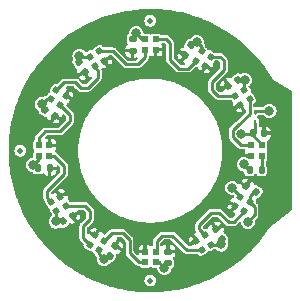
<source format=gbr>
%TF.GenerationSoftware,KiCad,Pcbnew,7.0.8-7.0.8~ubuntu23.04.1*%
%TF.CreationDate,2023-10-21T15:35:35+00:00*%
%TF.ProjectId,pedalboard-led-ring,70656461-6c62-46f6-9172-642d6c65642d,1.1.0-RC1*%
%TF.SameCoordinates,Original*%
%TF.FileFunction,Copper,L1,Top*%
%TF.FilePolarity,Positive*%
%FSLAX46Y46*%
G04 Gerber Fmt 4.6, Leading zero omitted, Abs format (unit mm)*
G04 Created by KiCad (PCBNEW 7.0.8-7.0.8~ubuntu23.04.1) date 2023-10-21 15:35:35*
%MOMM*%
%LPD*%
G01*
G04 APERTURE LIST*
G04 Aperture macros list*
%AMRoundRect*
0 Rectangle with rounded corners*
0 $1 Rounding radius*
0 $2 $3 $4 $5 $6 $7 $8 $9 X,Y pos of 4 corners*
0 Add a 4 corners polygon primitive as box body*
4,1,4,$2,$3,$4,$5,$6,$7,$8,$9,$2,$3,0*
0 Add four circle primitives for the rounded corners*
1,1,$1+$1,$2,$3*
1,1,$1+$1,$4,$5*
1,1,$1+$1,$6,$7*
1,1,$1+$1,$8,$9*
0 Add four rect primitives between the rounded corners*
20,1,$1+$1,$2,$3,$4,$5,0*
20,1,$1+$1,$4,$5,$6,$7,0*
20,1,$1+$1,$6,$7,$8,$9,0*
20,1,$1+$1,$8,$9,$2,$3,0*%
%AMRotRect*
0 Rectangle, with rotation*
0 The origin of the aperture is its center*
0 $1 length*
0 $2 width*
0 $3 Rotation angle, in degrees counterclockwise*
0 Add horizontal line*
21,1,$1,$2,0,0,$3*%
G04 Aperture macros list end*
%TA.AperFunction,SMDPad,CuDef*%
%ADD10C,0.500000*%
%TD*%
%TA.AperFunction,SMDPad,CuDef*%
%ADD11RotRect,0.500000X0.500000X120.000000*%
%TD*%
%TA.AperFunction,SMDPad,CuDef*%
%ADD12RoundRect,0.140000X-0.170000X0.140000X-0.170000X-0.140000X0.170000X-0.140000X0.170000X0.140000X0*%
%TD*%
%TA.AperFunction,SMDPad,CuDef*%
%ADD13RoundRect,0.140000X-0.217224X0.036244X-0.077224X-0.206244X0.217224X-0.036244X0.077224X0.206244X0*%
%TD*%
%TA.AperFunction,SMDPad,CuDef*%
%ADD14R,0.500000X0.500000*%
%TD*%
%TA.AperFunction,SMDPad,CuDef*%
%ADD15RotRect,0.500000X0.500000X150.000000*%
%TD*%
%TA.AperFunction,SMDPad,CuDef*%
%ADD16RotRect,0.500000X0.500000X30.000000*%
%TD*%
%TA.AperFunction,SMDPad,CuDef*%
%ADD17RotRect,0.500000X0.500000X330.000000*%
%TD*%
%TA.AperFunction,SMDPad,CuDef*%
%ADD18RoundRect,0.140000X-0.140000X-0.170000X0.140000X-0.170000X0.140000X0.170000X-0.140000X0.170000X0*%
%TD*%
%TA.AperFunction,SMDPad,CuDef*%
%ADD19RoundRect,0.062500X-0.062500X0.117500X-0.062500X-0.117500X0.062500X-0.117500X0.062500X0.117500X0*%
%TD*%
%TA.AperFunction,SMDPad,CuDef*%
%ADD20RoundRect,0.140000X-0.036244X-0.217224X0.206244X-0.077224X0.036244X0.217224X-0.206244X0.077224X0*%
%TD*%
%TA.AperFunction,SMDPad,CuDef*%
%ADD21RoundRect,0.140000X0.077224X-0.206244X0.217224X0.036244X-0.077224X0.206244X-0.217224X-0.036244X0*%
%TD*%
%TA.AperFunction,SMDPad,CuDef*%
%ADD22RoundRect,0.140000X0.217224X-0.036244X0.077224X0.206244X-0.217224X0.036244X-0.077224X-0.206244X0*%
%TD*%
%TA.AperFunction,SMDPad,CuDef*%
%ADD23RoundRect,0.140000X-0.206244X-0.077224X0.036244X-0.217224X0.206244X0.077224X-0.036244X0.217224X0*%
%TD*%
%TA.AperFunction,SMDPad,CuDef*%
%ADD24RoundRect,0.140000X0.170000X-0.140000X0.170000X0.140000X-0.170000X0.140000X-0.170000X-0.140000X0*%
%TD*%
%TA.AperFunction,SMDPad,CuDef*%
%ADD25RotRect,0.500000X0.500000X210.000000*%
%TD*%
%TA.AperFunction,SMDPad,CuDef*%
%ADD26RoundRect,0.140000X0.036244X0.217224X-0.206244X0.077224X-0.036244X-0.217224X0.206244X-0.077224X0*%
%TD*%
%TA.AperFunction,SMDPad,CuDef*%
%ADD27RotRect,0.500000X0.500000X300.000000*%
%TD*%
%TA.AperFunction,SMDPad,CuDef*%
%ADD28RoundRect,0.140000X0.206244X0.077224X-0.036244X0.217224X-0.206244X-0.077224X0.036244X-0.217224X0*%
%TD*%
%TA.AperFunction,SMDPad,CuDef*%
%ADD29RotRect,0.500000X0.500000X60.000000*%
%TD*%
%TA.AperFunction,SMDPad,CuDef*%
%ADD30RotRect,0.500000X0.500000X240.000000*%
%TD*%
%TA.AperFunction,SMDPad,CuDef*%
%ADD31RoundRect,0.135000X0.135000X0.185000X-0.135000X0.185000X-0.135000X-0.185000X0.135000X-0.185000X0*%
%TD*%
%TA.AperFunction,SMDPad,CuDef*%
%ADD32RoundRect,0.140000X-0.077224X0.206244X-0.217224X-0.036244X0.077224X-0.206244X0.217224X0.036244X0*%
%TD*%
%TA.AperFunction,ViaPad*%
%ADD33C,0.800000*%
%TD*%
%TA.AperFunction,Conductor*%
%ADD34C,0.250000*%
%TD*%
G04 APERTURE END LIST*
D10*
%TO.P,FID2,*%
%TO.N,*%
X80000000Y-71000000D03*
%TD*%
D11*
%TO.P,D11,1,DIN*%
%TO.N,Net-(D10-DOUT)*%
X84335289Y-68408940D03*
%TO.P,D11,2,VDD*%
%TO.N,VCC*%
X85114711Y-67958940D03*
%TO.P,D11,3,DOUT*%
%TO.N,Net-(D11-DOUT)*%
X84664711Y-67179518D03*
%TO.P,D11,4,VSS*%
%TO.N,GND*%
X83885289Y-67629518D03*
%TD*%
D12*
%TO.P,C4,1*%
%TO.N,VCC*%
X78500000Y-50580000D03*
%TO.P,C4,2*%
%TO.N,GND*%
X78500000Y-51540000D03*
%TD*%
D13*
%TO.P,C5,1*%
%TO.N,VCC*%
X73950000Y-52517041D03*
%TO.P,C5,2*%
%TO.N,GND*%
X74430000Y-53348425D03*
%TD*%
D14*
%TO.P,D1,1,DIN*%
%TO.N,Net-(D1-DIN)*%
X89450000Y-60450000D03*
%TO.P,D1,2,VDD*%
%TO.N,Net-(D1-VDD)*%
X89450000Y-59550000D03*
%TO.P,D1,3,DOUT*%
%TO.N,Net-(D1-DOUT)*%
X88550000Y-59550000D03*
%TO.P,D1,4,VSS*%
%TO.N,GND*%
X88550000Y-60450000D03*
%TD*%
%TO.P,D4,1,DIN*%
%TO.N,Net-(D3-DOUT)*%
X80450000Y-50550000D03*
%TO.P,D4,2,VDD*%
%TO.N,VCC*%
X79550000Y-50550000D03*
%TO.P,D4,3,DOUT*%
%TO.N,Net-(D4-DOUT)*%
X79550000Y-51450000D03*
%TO.P,D4,4,VSS*%
%TO.N,GND*%
X80450000Y-51450000D03*
%TD*%
D15*
%TO.P,D12,1,DIN*%
%TO.N,Net-(D11-DOUT)*%
X87958940Y-65114711D03*
%TO.P,D12,2,VDD*%
%TO.N,VCC*%
X88408940Y-64335289D03*
%TO.P,D12,3,DOUT*%
%TO.N,Net-(D12-DOUT)*%
X87629518Y-63885289D03*
%TO.P,D12,4,VSS*%
%TO.N,GND*%
X87179518Y-64664711D03*
%TD*%
D16*
%TO.P,D8,1,DIN*%
%TO.N,Net-(D7-DOUT)*%
X71591060Y-64335289D03*
%TO.P,D8,2,VDD*%
%TO.N,VCC*%
X72041060Y-65114711D03*
%TO.P,D8,3,DOUT*%
%TO.N,Net-(D8-DOUT)*%
X72820482Y-64664711D03*
%TO.P,D8,4,VSS*%
%TO.N,GND*%
X72370482Y-63885289D03*
%TD*%
D14*
%TO.P,D10,1,DIN*%
%TO.N,Net-(D10-DIN)*%
X79550000Y-69450000D03*
%TO.P,D10,2,VDD*%
%TO.N,VCC*%
X80450000Y-69450000D03*
%TO.P,D10,3,DOUT*%
%TO.N,Net-(D10-DOUT)*%
X80450000Y-68550000D03*
%TO.P,D10,4,VSS*%
%TO.N,GND*%
X79550000Y-68550000D03*
%TD*%
%TO.P,D7,1,DIN*%
%TO.N,Net-(D6-DOUT)*%
X70550000Y-59550000D03*
%TO.P,D7,2,VDD*%
%TO.N,VCC*%
X70550000Y-60450000D03*
%TO.P,D7,3,DOUT*%
%TO.N,Net-(D7-DOUT)*%
X71450000Y-60450000D03*
%TO.P,D7,4,VSS*%
%TO.N,GND*%
X71450000Y-59550000D03*
%TD*%
D17*
%TO.P,D6,1,DIN*%
%TO.N,Net-(D5-DOUT)*%
X72041060Y-54885289D03*
%TO.P,D6,2,VDD*%
%TO.N,VCC*%
X71591060Y-55664711D03*
%TO.P,D6,3,DOUT*%
%TO.N,Net-(D6-DOUT)*%
X72370482Y-56114711D03*
%TO.P,D6,4,VSS*%
%TO.N,GND*%
X72820482Y-55335289D03*
%TD*%
D10*
%TO.P,FID1,*%
%TO.N,*%
X80000000Y-49000000D03*
%TD*%
D18*
%TO.P,C7,1*%
%TO.N,VCC*%
X70520000Y-61500000D03*
%TO.P,C7,2*%
%TO.N,GND*%
X71480000Y-61500000D03*
%TD*%
D19*
%TO.P,D13,1,K*%
%TO.N,Net-(D1-VDD)*%
X88850000Y-57570000D03*
%TO.P,D13,2,A*%
%TO.N,VCC*%
X88850000Y-56730000D03*
%TD*%
D20*
%TO.P,C8,1*%
%TO.N,VCC*%
X72584308Y-65990000D03*
%TO.P,C8,2*%
%TO.N,GND*%
X73415692Y-65510000D03*
%TD*%
D21*
%TO.P,C9,1*%
%TO.N,VCC*%
X76560000Y-68915692D03*
%TO.P,C9,2*%
%TO.N,GND*%
X77040000Y-68084308D03*
%TD*%
D22*
%TO.P,C11,1*%
%TO.N,VCC*%
X86040000Y-67482959D03*
%TO.P,C11,2*%
%TO.N,GND*%
X85560000Y-66651575D03*
%TD*%
D23*
%TO.P,C6,1*%
%TO.N,VCC*%
X71084308Y-56560000D03*
%TO.P,C6,2*%
%TO.N,GND*%
X71915692Y-57040000D03*
%TD*%
D24*
%TO.P,C10,1*%
%TO.N,VCC*%
X81500000Y-69510000D03*
%TO.P,C10,2*%
%TO.N,GND*%
X81500000Y-68550000D03*
%TD*%
D25*
%TO.P,D2,1,DIN*%
%TO.N,Net-(D1-DOUT)*%
X88408940Y-55664711D03*
%TO.P,D2,2,VDD*%
%TO.N,VCC*%
X87958940Y-54885289D03*
%TO.P,D2,3,DOUT*%
%TO.N,Net-(D2-DOUT)*%
X87179518Y-55335289D03*
%TO.P,D2,4,VSS*%
%TO.N,GND*%
X87629518Y-56114711D03*
%TD*%
D18*
%TO.P,C1,1*%
%TO.N,Net-(D1-VDD)*%
X88670000Y-58530000D03*
%TO.P,C1,2*%
%TO.N,GND*%
X89630000Y-58530000D03*
%TD*%
D26*
%TO.P,C2,1*%
%TO.N,VCC*%
X87415692Y-54010000D03*
%TO.P,C2,2*%
%TO.N,GND*%
X86584308Y-54490000D03*
%TD*%
D27*
%TO.P,D5,1,DIN*%
%TO.N,Net-(D4-DOUT)*%
X75664711Y-51591060D03*
%TO.P,D5,2,VDD*%
%TO.N,VCC*%
X74885289Y-52041060D03*
%TO.P,D5,3,DOUT*%
%TO.N,Net-(D5-DOUT)*%
X75335289Y-52820482D03*
%TO.P,D5,4,VSS*%
%TO.N,GND*%
X76114711Y-52370482D03*
%TD*%
D28*
%TO.P,C12,1*%
%TO.N,VCC*%
X88965692Y-63490000D03*
%TO.P,C12,2*%
%TO.N,GND*%
X88134308Y-63010000D03*
%TD*%
D29*
%TO.P,D9,1,DIN*%
%TO.N,Net-(D8-DOUT)*%
X74885289Y-67958940D03*
%TO.P,D9,2,VDD*%
%TO.N,VCC*%
X75664711Y-68408940D03*
%TO.P,D9,3,DOUT*%
%TO.N,Net-(D10-DIN)*%
X76114711Y-67629518D03*
%TO.P,D9,4,VSS*%
%TO.N,GND*%
X75335289Y-67179518D03*
%TD*%
D30*
%TO.P,D3,1,DIN*%
%TO.N,Net-(D2-DOUT)*%
X85114711Y-52041060D03*
%TO.P,D3,2,VDD*%
%TO.N,VCC*%
X84335289Y-51591060D03*
%TO.P,D3,3,DOUT*%
%TO.N,Net-(D3-DOUT)*%
X83885289Y-52370482D03*
%TO.P,D3,4,VSS*%
%TO.N,GND*%
X84664711Y-52820482D03*
%TD*%
D31*
%TO.P,R1,1*%
%TO.N,Net-(D1-DIN)*%
X89420000Y-61650000D03*
%TO.P,R1,2*%
%TO.N,Net-(J1-Pin_3)*%
X88400000Y-61650000D03*
%TD*%
D32*
%TO.P,C3,1*%
%TO.N,VCC*%
X83440000Y-51084308D03*
%TO.P,C3,2*%
%TO.N,GND*%
X82960000Y-51915692D03*
%TD*%
D10*
%TO.P,FID3,*%
%TO.N,*%
X69000000Y-60000000D03*
%TD*%
D33*
%TO.N,Net-(D12-DOUT)*%
X86950000Y-63150000D03*
%TO.N,VCC*%
X74000000Y-52000000D03*
X70071797Y-61196152D03*
X76071797Y-69196152D03*
X90079502Y-56650000D03*
X81196152Y-69928203D03*
X83928203Y-50803848D03*
X72000000Y-66000000D03*
X86000000Y-67940000D03*
X70803848Y-56071797D03*
X88000000Y-54000000D03*
X88260000Y-66020000D03*
X78803848Y-50071797D03*
%TO.N,GND*%
X90400000Y-61400000D03*
X91150000Y-61400000D03*
X91150000Y-64850000D03*
X90400000Y-64850000D03*
%TO.N,Net-(D1-VDD)*%
X87698157Y-58551843D03*
%TO.N,Net-(J1-Pin_3)*%
X87910000Y-61150000D03*
%TD*%
D34*
%TO.N,Net-(D1-DOUT)*%
X88550000Y-59550000D02*
X87700000Y-59550000D01*
X88408940Y-56891060D02*
X88408940Y-55664711D01*
X87453157Y-57846843D02*
X88408940Y-56891060D01*
X87406136Y-57846843D02*
X87453157Y-57846843D01*
X87700000Y-59550000D02*
X86993157Y-58843157D01*
X86993157Y-58843157D02*
X86993157Y-58259822D01*
X86993157Y-58259822D02*
X87406136Y-57846843D01*
%TO.N,Net-(D1-DIN)*%
X89495000Y-60495000D02*
X89495000Y-61467500D01*
%TO.N,Net-(D2-DOUT)*%
X85901060Y-52041060D02*
X86220000Y-52360000D01*
X85210000Y-54860000D02*
X85700000Y-55350000D01*
X86220000Y-52360000D02*
X86220000Y-53200000D01*
X86220000Y-53200000D02*
X85210000Y-54210000D01*
X85114711Y-52041060D02*
X85901060Y-52041060D01*
X85700000Y-55350000D02*
X87164807Y-55350000D01*
X85210000Y-54210000D02*
X85210000Y-54860000D01*
%TO.N,Net-(D3-DOUT)*%
X81650000Y-52300000D02*
X81650000Y-50850000D01*
X81350000Y-50550000D02*
X80450000Y-50550000D01*
X83885289Y-52370482D02*
X83205771Y-53050000D01*
X81650000Y-50850000D02*
X81350000Y-50550000D01*
X83205771Y-53050000D02*
X82400000Y-53050000D01*
X82400000Y-53050000D02*
X81650000Y-52300000D01*
%TO.N,Net-(D4-DOUT)*%
X79550000Y-51450000D02*
X79550000Y-52080000D01*
X79550000Y-52080000D02*
X78930000Y-52700000D01*
X78930000Y-52700000D02*
X77950000Y-52700000D01*
X76841060Y-51591060D02*
X75664711Y-51591060D01*
X77950000Y-52700000D02*
X76841060Y-51591060D01*
%TO.N,Net-(D5-DOUT)*%
X74130000Y-54690000D02*
X73660000Y-54220000D01*
X75335289Y-52995289D02*
X75550000Y-53210000D01*
X72706349Y-54220000D02*
X72041060Y-54885289D01*
X75335289Y-52820482D02*
X75335289Y-52995289D01*
X75550000Y-53840000D02*
X74700000Y-54690000D01*
X73660000Y-54220000D02*
X72706349Y-54220000D01*
X75550000Y-53210000D02*
X75550000Y-53840000D01*
X74700000Y-54690000D02*
X74130000Y-54690000D01*
%TO.N,Net-(D6-DOUT)*%
X72360000Y-58370000D02*
X71120000Y-58370000D01*
X71120000Y-58370000D02*
X70550000Y-58940000D01*
X73200000Y-56944229D02*
X73200000Y-57530000D01*
X73200000Y-57530000D02*
X72360000Y-58370000D01*
X72370482Y-56114711D02*
X73200000Y-56944229D01*
X70550000Y-58940000D02*
X70550000Y-59550000D01*
%TO.N,Net-(D12-DOUT)*%
X87629518Y-63829518D02*
X86950000Y-63150000D01*
X87629518Y-63885289D02*
X87629518Y-63829518D01*
%TO.N,VCC*%
X80450000Y-69450000D02*
X80717949Y-69450000D01*
X75664711Y-68789066D02*
X76071797Y-69196152D01*
X80717949Y-69450000D02*
X81196152Y-69928203D01*
X71591060Y-55664711D02*
X71210934Y-55664711D01*
X70550000Y-60450000D02*
X70550000Y-60717949D01*
X72041060Y-65958940D02*
X72000000Y-66000000D01*
X79282051Y-50550000D02*
X78803848Y-50071797D01*
X86000000Y-67940000D02*
X85981060Y-67958940D01*
X88830000Y-65480000D02*
X88800000Y-65480000D01*
X88408940Y-64335289D02*
X88408940Y-63865848D01*
X87958940Y-54041060D02*
X88000000Y-54000000D01*
X74041060Y-52041060D02*
X74000000Y-52000000D01*
X74885289Y-52041060D02*
X74041060Y-52041060D01*
X72041060Y-65114711D02*
X72041060Y-65958940D01*
X88980000Y-56650000D02*
X88850000Y-56780000D01*
X83928203Y-50803848D02*
X84335289Y-51210934D01*
X75664711Y-68408940D02*
X75664711Y-68789066D01*
X79550000Y-50550000D02*
X79282051Y-50550000D01*
X88800000Y-65480000D02*
X88260000Y-66020000D01*
X85981060Y-67958940D02*
X85114711Y-67958940D01*
X90079502Y-56650000D02*
X89955000Y-56774502D01*
X87958940Y-54885289D02*
X87958940Y-54041060D01*
X88408940Y-63865848D02*
X88770172Y-63504616D01*
X70803848Y-56071797D02*
X71210934Y-55664711D01*
X90079502Y-56650000D02*
X88980000Y-56650000D01*
X88830000Y-64756349D02*
X88830000Y-65480000D01*
X70550000Y-60717949D02*
X70071797Y-61196152D01*
X84335289Y-51591060D02*
X84335289Y-51210934D01*
X88408940Y-64335289D02*
X88830000Y-64756349D01*
%TO.N,Net-(D7-DOUT)*%
X71270000Y-63380000D02*
X71270000Y-64014229D01*
X72700000Y-61950000D02*
X71270000Y-63380000D01*
X71270000Y-64014229D02*
X71591060Y-64335289D01*
X71450000Y-60450000D02*
X71860000Y-60450000D01*
X72700000Y-61290000D02*
X72700000Y-61950000D01*
X71860000Y-60450000D02*
X72700000Y-61290000D01*
%TO.N,Net-(D8-DOUT)*%
X74900000Y-65100000D02*
X74900000Y-65800000D01*
X74464711Y-64664711D02*
X74900000Y-65100000D01*
X74900000Y-65800000D02*
X74330000Y-66370000D01*
X74330000Y-67403651D02*
X74885289Y-67958940D01*
X74330000Y-66370000D02*
X74330000Y-67403651D01*
X72820482Y-64664711D02*
X74464711Y-64664711D01*
%TO.N,Net-(D10-DIN)*%
X76754229Y-66990000D02*
X77680000Y-66990000D01*
X78250000Y-68690000D02*
X79010000Y-69450000D01*
X76114711Y-67629518D02*
X76754229Y-66990000D01*
X77680000Y-66990000D02*
X78250000Y-67560000D01*
X78250000Y-67560000D02*
X78250000Y-68690000D01*
X79010000Y-69450000D02*
X79550000Y-69450000D01*
%TO.N,Net-(D11-DOUT)*%
X84140000Y-66654807D02*
X84140000Y-66280000D01*
X85150000Y-65270000D02*
X85840000Y-65270000D01*
X85840000Y-65270000D02*
X86620000Y-66050000D01*
X86620000Y-66050000D02*
X87050000Y-66050000D01*
X87050000Y-66050000D02*
X87050000Y-66023651D01*
X87050000Y-66023651D02*
X87958940Y-65114711D01*
X84140000Y-66280000D02*
X85150000Y-65270000D01*
X84664711Y-67179518D02*
X84140000Y-66654807D01*
%TO.N,Net-(D10-DOUT)*%
X80970000Y-67190000D02*
X81870000Y-67190000D01*
X81870000Y-67190000D02*
X83088940Y-68408940D01*
X83088940Y-68408940D02*
X84335289Y-68408940D01*
X80530000Y-68470000D02*
X80530000Y-67630000D01*
X80530000Y-67630000D02*
X80970000Y-67190000D01*
%TO.N,Net-(D1-VDD)*%
X89450000Y-59550000D02*
X89450000Y-59500000D01*
X87746314Y-58600000D02*
X88492500Y-58600000D01*
X88742500Y-58792500D02*
X88742500Y-58600000D01*
X89450000Y-59500000D02*
X88742500Y-58792500D01*
X87698157Y-58551843D02*
X87746314Y-58600000D01*
X88850000Y-57620000D02*
X88850000Y-58492500D01*
X88850000Y-58492500D02*
X88742500Y-58600000D01*
%TO.N,Net-(J1-Pin_3)*%
X88390000Y-61680000D02*
X87910000Y-61200000D01*
%TD*%
%TA.AperFunction,Conductor*%
%TO.N,GND*%
G36*
X80329649Y-48009493D02*
G01*
X80662213Y-48019071D01*
X80664833Y-48019216D01*
X80675246Y-48020070D01*
X81005442Y-48047150D01*
X81238041Y-48067291D01*
X81332588Y-48075478D01*
X81335048Y-48075753D01*
X81362018Y-48079454D01*
X81674614Y-48122351D01*
X81998793Y-48169345D01*
X82000963Y-48169711D01*
X82337916Y-48234840D01*
X82659622Y-48300569D01*
X82993785Y-48384289D01*
X83242335Y-48450175D01*
X83310959Y-48468367D01*
X83640167Y-48570216D01*
X83951871Y-48672373D01*
X84275077Y-48792036D01*
X84580336Y-48911942D01*
X84896588Y-49049073D01*
X85194372Y-49186318D01*
X85502695Y-49340497D01*
X85792081Y-49494649D01*
X86091562Y-49665423D01*
X86261558Y-49768957D01*
X86371594Y-49835973D01*
X86661270Y-50022791D01*
X86931081Y-50209214D01*
X87194350Y-50400100D01*
X87210114Y-50411530D01*
X87468769Y-50613188D01*
X87736340Y-50830405D01*
X87983000Y-51046649D01*
X88238290Y-51278097D01*
X88308308Y-51346999D01*
X88460609Y-51496874D01*
X88472187Y-51508267D01*
X88714388Y-51753200D01*
X88934767Y-51996579D01*
X89162393Y-52253382D01*
X89163894Y-52255158D01*
X89369367Y-52510153D01*
X89582406Y-52778676D01*
X89583896Y-52780653D01*
X89774842Y-53047735D01*
X89972367Y-53326692D01*
X89973827Y-53328874D01*
X90151262Y-53609948D01*
X90318589Y-53875902D01*
X90319695Y-53878485D01*
X90326181Y-53888064D01*
X90327828Y-53890667D01*
X90329664Y-53893781D01*
X90341737Y-53899152D01*
X91955276Y-54970893D01*
X91993287Y-55018837D01*
X91999500Y-55053357D01*
X91999500Y-64951943D01*
X91980593Y-65010134D01*
X91962050Y-65029484D01*
X90080960Y-66522629D01*
X90067922Y-66528784D01*
X90063854Y-66535047D01*
X90062594Y-66536763D01*
X90060955Y-66539392D01*
X89887469Y-66790921D01*
X89679996Y-67090680D01*
X89678428Y-67092822D01*
X89471795Y-67359588D01*
X89260750Y-67629321D01*
X89259164Y-67631245D01*
X89035156Y-67889602D01*
X88811582Y-68143261D01*
X88809999Y-68144975D01*
X88570765Y-68391907D01*
X88333161Y-68631638D01*
X88079128Y-68866388D01*
X87828605Y-69091193D01*
X87561555Y-69311919D01*
X87298785Y-69521315D01*
X87019615Y-69727205D01*
X86745382Y-69920643D01*
X86455091Y-70110915D01*
X86170145Y-70287908D01*
X85869730Y-70461892D01*
X85574965Y-70621896D01*
X85265397Y-70779023D01*
X84961718Y-70921546D01*
X84644051Y-71061290D01*
X84332399Y-71185876D01*
X84007658Y-71307803D01*
X83688948Y-71414053D01*
X83358308Y-71517752D01*
X83033390Y-71605330D01*
X82698061Y-71690474D01*
X82367644Y-71759098D01*
X82030221Y-71825181D01*
X82027921Y-71825576D01*
X81693408Y-71874857D01*
X81354695Y-71921947D01*
X81352218Y-71922228D01*
X81011097Y-71952243D01*
X80674786Y-71980182D01*
X80672136Y-71980331D01*
X80307475Y-71991002D01*
X80001401Y-71999461D01*
X79998619Y-71999459D01*
X79316373Y-71979969D01*
X79313550Y-71979808D01*
X78765173Y-71932708D01*
X78629748Y-71920859D01*
X78627017Y-71920544D01*
X78158630Y-71853200D01*
X77945296Y-71821950D01*
X77942640Y-71821487D01*
X77512394Y-71734309D01*
X77267690Y-71683780D01*
X77265116Y-71683177D01*
X76858829Y-71576384D01*
X76599189Y-71506812D01*
X76596704Y-71506076D01*
X76208485Y-71379937D01*
X75942009Y-71291636D01*
X75939620Y-71290775D01*
X75566908Y-71145667D01*
X75298325Y-71038965D01*
X75296037Y-71037989D01*
X75212856Y-71000002D01*
X79494353Y-71000002D01*
X79514834Y-71142456D01*
X79558924Y-71238998D01*
X79574623Y-71273373D01*
X79604457Y-71307803D01*
X79668873Y-71382144D01*
X79718525Y-71414053D01*
X79789947Y-71459953D01*
X79896403Y-71491211D01*
X79928035Y-71500499D01*
X79928036Y-71500499D01*
X79928039Y-71500500D01*
X79928041Y-71500500D01*
X80071959Y-71500500D01*
X80071961Y-71500500D01*
X80210053Y-71459953D01*
X80331128Y-71382143D01*
X80425377Y-71273373D01*
X80485165Y-71142457D01*
X80505647Y-71000000D01*
X80504035Y-70988791D01*
X80485165Y-70857543D01*
X80425377Y-70726627D01*
X80331128Y-70617857D01*
X80331127Y-70617856D01*
X80331126Y-70617855D01*
X80210057Y-70540049D01*
X80210054Y-70540047D01*
X80210053Y-70540047D01*
X80210050Y-70540046D01*
X80071964Y-70499500D01*
X80071961Y-70499500D01*
X79928039Y-70499500D01*
X79928035Y-70499500D01*
X79789949Y-70540046D01*
X79789942Y-70540049D01*
X79668873Y-70617855D01*
X79574622Y-70726628D01*
X79514834Y-70857543D01*
X79494353Y-70999997D01*
X79494353Y-71000002D01*
X75212856Y-71000002D01*
X75082841Y-70940627D01*
X74937606Y-70874301D01*
X74670265Y-70749637D01*
X74668098Y-70748561D01*
X74323640Y-70566810D01*
X74262576Y-70533885D01*
X74059888Y-70424596D01*
X74057891Y-70423456D01*
X73789982Y-70261901D01*
X73727386Y-70224154D01*
X73469352Y-70064996D01*
X73467398Y-70063726D01*
X73151161Y-69847489D01*
X72900473Y-69671955D01*
X72898638Y-69670606D01*
X72896031Y-69668596D01*
X72686600Y-69507100D01*
X72597123Y-69438103D01*
X72355193Y-69246809D01*
X72353479Y-69245390D01*
X72094057Y-69020600D01*
X72067154Y-68997289D01*
X71834520Y-68790262D01*
X71563143Y-68526527D01*
X71341847Y-68305231D01*
X71322765Y-68284440D01*
X71086889Y-68027436D01*
X70877931Y-67792631D01*
X70639994Y-67501648D01*
X70631034Y-67490316D01*
X70444310Y-67254164D01*
X70223955Y-66950871D01*
X70042453Y-66691659D01*
X69885007Y-66446669D01*
X69840189Y-66376932D01*
X69839422Y-66375688D01*
X69716726Y-66176766D01*
X69673660Y-66106945D01*
X69558739Y-65903448D01*
X69490059Y-65781832D01*
X69484136Y-65770847D01*
X69339159Y-65501969D01*
X69337703Y-65499008D01*
X69174684Y-65167444D01*
X69040078Y-64878779D01*
X68895166Y-64535877D01*
X68777376Y-64239380D01*
X68756708Y-64181455D01*
X68652430Y-63889197D01*
X68551945Y-63585948D01*
X68540940Y-63548469D01*
X68447291Y-63229530D01*
X68364529Y-62920658D01*
X68280456Y-62559117D01*
X68279962Y-62556724D01*
X68215742Y-62245708D01*
X68152476Y-61880130D01*
X68152154Y-61877923D01*
X68106071Y-61563324D01*
X68063941Y-61196152D01*
X69466115Y-61196152D01*
X69486752Y-61352910D01*
X69486754Y-61352918D01*
X69547259Y-61498990D01*
X69547259Y-61498991D01*
X69608101Y-61578282D01*
X69643515Y-61624434D01*
X69768956Y-61720688D01*
X69768957Y-61720688D01*
X69768958Y-61720689D01*
X69915030Y-61781194D01*
X69915035Y-61781196D01*
X70011531Y-61793899D01*
X70066756Y-61820239D01*
X70088333Y-61850212D01*
X70096773Y-61868312D01*
X70096775Y-61868314D01*
X70096776Y-61868316D01*
X70181684Y-61953224D01*
X70290513Y-62003972D01*
X70340099Y-62010500D01*
X70699900Y-62010499D01*
X70749487Y-62003972D01*
X70749488Y-62003972D01*
X70842365Y-61960662D01*
X70858316Y-61953224D01*
X70859737Y-61951802D01*
X70861972Y-61950663D01*
X70865411Y-61948256D01*
X70865749Y-61948739D01*
X70914250Y-61924023D01*
X70974682Y-61933590D01*
X71009398Y-61963014D01*
X71025358Y-61984639D01*
X71025360Y-61984641D01*
X71132079Y-62063405D01*
X71257272Y-62107212D01*
X71286999Y-62109999D01*
X71330000Y-62109998D01*
X71630000Y-62109998D01*
X71630001Y-62109999D01*
X71673004Y-62109999D01*
X71702721Y-62107213D01*
X71702726Y-62107212D01*
X71827922Y-62063404D01*
X71827923Y-62063404D01*
X71903870Y-62007351D01*
X71940003Y-61995310D01*
X71957351Y-61953870D01*
X72013404Y-61877923D01*
X72013404Y-61877922D01*
X72057212Y-61752727D01*
X72060000Y-61723000D01*
X72060000Y-61650001D01*
X72059999Y-61650000D01*
X71630001Y-61650000D01*
X71630000Y-61650001D01*
X71630000Y-62109998D01*
X71330000Y-62109998D01*
X71330000Y-61449000D01*
X71348907Y-61390809D01*
X71398407Y-61354845D01*
X71429000Y-61350000D01*
X72059998Y-61350000D01*
X72059999Y-61349999D01*
X72059999Y-61349333D01*
X72078906Y-61291142D01*
X72128406Y-61255178D01*
X72189592Y-61255178D01*
X72229003Y-61279329D01*
X72345504Y-61395830D01*
X72373281Y-61450347D01*
X72374500Y-61465834D01*
X72374500Y-61774165D01*
X72355593Y-61832356D01*
X72345503Y-61844169D01*
X72107008Y-62082663D01*
X72056974Y-62108156D01*
X72057040Y-62116891D01*
X72032663Y-62157009D01*
X71051413Y-63138259D01*
X71048229Y-63141176D01*
X71016807Y-63167542D01*
X71016806Y-63167544D01*
X70996292Y-63203075D01*
X70993972Y-63206716D01*
X70970446Y-63240316D01*
X70970442Y-63240324D01*
X70970051Y-63241786D01*
X70960170Y-63265640D01*
X70959414Y-63266948D01*
X70959410Y-63266960D01*
X70952287Y-63307349D01*
X70951353Y-63311564D01*
X70940736Y-63351187D01*
X70940736Y-63351193D01*
X70944312Y-63392072D01*
X70944500Y-63396373D01*
X70944500Y-63997854D01*
X70944312Y-64002156D01*
X70940736Y-64043036D01*
X70944446Y-64056882D01*
X70951354Y-64082665D01*
X70952289Y-64086881D01*
X70959411Y-64127274D01*
X70960164Y-64128577D01*
X70970054Y-64152453D01*
X70970443Y-64153908D01*
X70970446Y-64153913D01*
X70989307Y-64180850D01*
X70993971Y-64187510D01*
X70996288Y-64191147D01*
X71016806Y-64226684D01*
X71016860Y-64226729D01*
X71016929Y-64226830D01*
X71022376Y-64233322D01*
X71021736Y-64233858D01*
X71046969Y-64270744D01*
X71064766Y-64323171D01*
X71066042Y-64326930D01*
X71335790Y-64794148D01*
X71375106Y-64838979D01*
X71446644Y-64874257D01*
X71446645Y-64874257D01*
X71447124Y-64874493D01*
X71490952Y-64917187D01*
X71502127Y-64969759D01*
X71496874Y-65049884D01*
X71496875Y-65049889D01*
X71516039Y-65106346D01*
X71516041Y-65106350D01*
X71516042Y-65106352D01*
X71675918Y-65383265D01*
X71688639Y-65443112D01*
X71663752Y-65499008D01*
X71650448Y-65511306D01*
X71571723Y-65571713D01*
X71571713Y-65571723D01*
X71475462Y-65697160D01*
X71475462Y-65697161D01*
X71414957Y-65843233D01*
X71414955Y-65843241D01*
X71394318Y-65999999D01*
X71394318Y-66000000D01*
X71414955Y-66156758D01*
X71414957Y-66156766D01*
X71475462Y-66302838D01*
X71475462Y-66302839D01*
X71571713Y-66428276D01*
X71571718Y-66428282D01*
X71697159Y-66524536D01*
X71697160Y-66524536D01*
X71697161Y-66524537D01*
X71748461Y-66545786D01*
X71843238Y-66585044D01*
X71960809Y-66600522D01*
X71999999Y-66605682D01*
X72000000Y-66605682D01*
X72000001Y-66605682D01*
X72031352Y-66601554D01*
X72156762Y-66585044D01*
X72280671Y-66533719D01*
X72302834Y-66524539D01*
X72302834Y-66524538D01*
X72302841Y-66524536D01*
X72302846Y-66524531D01*
X72306271Y-66522555D01*
X72366119Y-66509831D01*
X72397617Y-66518565D01*
X72401939Y-66520580D01*
X72401943Y-66520583D01*
X72517930Y-66551661D01*
X72517931Y-66551660D01*
X72517931Y-66551661D01*
X72548621Y-66548976D01*
X72637552Y-66541196D01*
X72683759Y-66522056D01*
X72995355Y-66342155D01*
X73035036Y-66311709D01*
X73103910Y-66213345D01*
X73104430Y-66211403D01*
X73105794Y-66209302D01*
X73107570Y-66205495D01*
X73108104Y-66205744D01*
X73137749Y-66160090D01*
X73194868Y-66138159D01*
X73239648Y-66146284D01*
X73264283Y-66157032D01*
X73396080Y-66171883D01*
X73396087Y-66171883D01*
X73526412Y-66147223D01*
X73553547Y-66134775D01*
X73590786Y-66113275D01*
X73357204Y-65708697D01*
X73274185Y-65564903D01*
X73620595Y-65564903D01*
X73850595Y-65963274D01*
X73887836Y-65941773D01*
X73887838Y-65941772D01*
X73912181Y-65924501D01*
X73998703Y-65823961D01*
X74051743Y-65702390D01*
X74051743Y-65702388D01*
X74066594Y-65570592D01*
X74066594Y-65570585D01*
X74041936Y-65440262D01*
X74041935Y-65440259D01*
X74029485Y-65413120D01*
X74029480Y-65413111D01*
X73992986Y-65349903D01*
X73620595Y-65564903D01*
X73274185Y-65564903D01*
X73260288Y-65540832D01*
X73247566Y-65480984D01*
X73272453Y-65425088D01*
X73296524Y-65405595D01*
X73842985Y-65090095D01*
X73850088Y-65063588D01*
X73883412Y-65012274D01*
X73940533Y-64990347D01*
X73945715Y-64990211D01*
X74288877Y-64990211D01*
X74347068Y-65009118D01*
X74358881Y-65019207D01*
X74545504Y-65205830D01*
X74573281Y-65260347D01*
X74574500Y-65275834D01*
X74574500Y-65624166D01*
X74555593Y-65682357D01*
X74545503Y-65694170D01*
X74111420Y-66128253D01*
X74108236Y-66131170D01*
X74076807Y-66157542D01*
X74076806Y-66157544D01*
X74056292Y-66193075D01*
X74053972Y-66196716D01*
X74030446Y-66230316D01*
X74030442Y-66230324D01*
X74030051Y-66231786D01*
X74020170Y-66255640D01*
X74019414Y-66256948D01*
X74019410Y-66256960D01*
X74012287Y-66297349D01*
X74011353Y-66301564D01*
X74000736Y-66341187D01*
X74000736Y-66341193D01*
X74004312Y-66382072D01*
X74004500Y-66386373D01*
X74004500Y-67387276D01*
X74004312Y-67391578D01*
X74000736Y-67432458D01*
X74001246Y-67434362D01*
X74011354Y-67472087D01*
X74012289Y-67476303D01*
X74019411Y-67516696D01*
X74020164Y-67517999D01*
X74030054Y-67541875D01*
X74030443Y-67543330D01*
X74030446Y-67543335D01*
X74053579Y-67576373D01*
X74053971Y-67576932D01*
X74056292Y-67580575D01*
X74076806Y-67616106D01*
X74108224Y-67642469D01*
X74111410Y-67645388D01*
X74335253Y-67869230D01*
X74363030Y-67923747D01*
X74358995Y-67971055D01*
X74341104Y-68023759D01*
X74341104Y-68023765D01*
X74343115Y-68054444D01*
X74346321Y-68103356D01*
X74381599Y-68174894D01*
X74426430Y-68214210D01*
X74893648Y-68483958D01*
X74893651Y-68483959D01*
X74893653Y-68483960D01*
X74921050Y-68493259D01*
X74950112Y-68503125D01*
X75029705Y-68497908D01*
X75029707Y-68497906D01*
X75030239Y-68497872D01*
X75089542Y-68512932D01*
X75125506Y-68552874D01*
X75125742Y-68553354D01*
X75125743Y-68553356D01*
X75161021Y-68624894D01*
X75205852Y-68664210D01*
X75287393Y-68711287D01*
X75328334Y-68756757D01*
X75336516Y-68805652D01*
X75335535Y-68816869D01*
X75335447Y-68817873D01*
X75338610Y-68829679D01*
X75346065Y-68857502D01*
X75347000Y-68861718D01*
X75354122Y-68902111D01*
X75354875Y-68903414D01*
X75364765Y-68927290D01*
X75365154Y-68928745D01*
X75365157Y-68928750D01*
X75382224Y-68953125D01*
X75388682Y-68962347D01*
X75390999Y-68965984D01*
X75410350Y-68999500D01*
X75411517Y-69001521D01*
X75442935Y-69027884D01*
X75446121Y-69030803D01*
X75448503Y-69033184D01*
X75476280Y-69087701D01*
X75476652Y-69116109D01*
X75466115Y-69196150D01*
X75466115Y-69196152D01*
X75486752Y-69352910D01*
X75486754Y-69352918D01*
X75547259Y-69498990D01*
X75547259Y-69498991D01*
X75564389Y-69521315D01*
X75643515Y-69624434D01*
X75768956Y-69720688D01*
X75768957Y-69720688D01*
X75768958Y-69720689D01*
X75907877Y-69778231D01*
X75915035Y-69781196D01*
X76015383Y-69794407D01*
X76071796Y-69801834D01*
X76071797Y-69801834D01*
X76071798Y-69801834D01*
X76103149Y-69797706D01*
X76228559Y-69781196D01*
X76374638Y-69720688D01*
X76500079Y-69624434D01*
X76591535Y-69505244D01*
X76641958Y-69470590D01*
X76661448Y-69466890D01*
X76667355Y-69466373D01*
X76667355Y-69466372D01*
X76667359Y-69466373D01*
X76783345Y-69435294D01*
X76881709Y-69366420D01*
X76912155Y-69326741D01*
X77092055Y-69015144D01*
X77111196Y-68968936D01*
X77121661Y-68849314D01*
X77121140Y-68847369D01*
X77121271Y-68844862D01*
X77120906Y-68840687D01*
X77121492Y-68840635D01*
X77124341Y-68786269D01*
X77162845Y-68738718D01*
X77205682Y-68723368D01*
X77232392Y-68720358D01*
X77353962Y-68667319D01*
X77353964Y-68667317D01*
X77454494Y-68580804D01*
X77454495Y-68580803D01*
X77471777Y-68556448D01*
X77471781Y-68556441D01*
X77493274Y-68519212D01*
X77493274Y-68519211D01*
X76920832Y-68188711D01*
X76879891Y-68143242D01*
X76873495Y-68082392D01*
X76884595Y-68053475D01*
X76898493Y-68029403D01*
X77244903Y-68029403D01*
X77643275Y-68259402D01*
X77664773Y-68222166D01*
X77664776Y-68222162D01*
X77677223Y-68195029D01*
X77677224Y-68195027D01*
X77701883Y-68064703D01*
X77701883Y-68064696D01*
X77687032Y-67932900D01*
X77687032Y-67932898D01*
X77633991Y-67811325D01*
X77547472Y-67710789D01*
X77523119Y-67693511D01*
X77459903Y-67657013D01*
X77244903Y-68029403D01*
X76898493Y-68029403D01*
X77200094Y-67507012D01*
X77188359Y-67500237D01*
X77147418Y-67454768D01*
X77141021Y-67393918D01*
X77171613Y-67340930D01*
X77227508Y-67316042D01*
X77237858Y-67315500D01*
X77504166Y-67315500D01*
X77562357Y-67334407D01*
X77574170Y-67344496D01*
X77895504Y-67665830D01*
X77923281Y-67720347D01*
X77924500Y-67735834D01*
X77924500Y-68673625D01*
X77924312Y-68677927D01*
X77920736Y-68718807D01*
X77923089Y-68727587D01*
X77931354Y-68758436D01*
X77932289Y-68762652D01*
X77939411Y-68803045D01*
X77940164Y-68804348D01*
X77950054Y-68828224D01*
X77950443Y-68829679D01*
X77950446Y-68829684D01*
X77972876Y-68861718D01*
X77973971Y-68863281D01*
X77976292Y-68866924D01*
X77996806Y-68902455D01*
X78028224Y-68928818D01*
X78031410Y-68931737D01*
X78768268Y-69668596D01*
X78771187Y-69671782D01*
X78797545Y-69703194D01*
X78833074Y-69723707D01*
X78836709Y-69726022D01*
X78870316Y-69749554D01*
X78871767Y-69749942D01*
X78895659Y-69759840D01*
X78896954Y-69760588D01*
X78905854Y-69762157D01*
X78937365Y-69767713D01*
X78941544Y-69768638D01*
X78981193Y-69779263D01*
X79022065Y-69775687D01*
X79026365Y-69775500D01*
X79056392Y-69775500D01*
X79114583Y-69794407D01*
X79138707Y-69819498D01*
X79155448Y-69844552D01*
X79221769Y-69888867D01*
X79266231Y-69897711D01*
X79280241Y-69900498D01*
X79280246Y-69900498D01*
X79280252Y-69900500D01*
X79280253Y-69900500D01*
X79819747Y-69900500D01*
X79819748Y-69900500D01*
X79878231Y-69888867D01*
X79944552Y-69844552D01*
X79944553Y-69844549D01*
X79944997Y-69844253D01*
X80003885Y-69827644D01*
X80055003Y-69844253D01*
X80055446Y-69844549D01*
X80055448Y-69844552D01*
X80121769Y-69888867D01*
X80166231Y-69897711D01*
X80180241Y-69900498D01*
X80180246Y-69900498D01*
X80180252Y-69900500D01*
X80500002Y-69900500D01*
X80558193Y-69919407D01*
X80594157Y-69968907D01*
X80598155Y-69986578D01*
X80611107Y-70084961D01*
X80611109Y-70084969D01*
X80671614Y-70231041D01*
X80671614Y-70231042D01*
X80715249Y-70287908D01*
X80767870Y-70356485D01*
X80893311Y-70452739D01*
X81039390Y-70513247D01*
X81156961Y-70528725D01*
X81196151Y-70533885D01*
X81196152Y-70533885D01*
X81196153Y-70533885D01*
X81227504Y-70529757D01*
X81352914Y-70513247D01*
X81498993Y-70452739D01*
X81624434Y-70356485D01*
X81720688Y-70231044D01*
X81781196Y-70084965D01*
X81789692Y-70020428D01*
X81816031Y-69965205D01*
X81846002Y-69943628D01*
X81868316Y-69933224D01*
X81953224Y-69848316D01*
X82003972Y-69739487D01*
X82010500Y-69689901D01*
X82010499Y-69330100D01*
X82003972Y-69280513D01*
X82003972Y-69280511D01*
X81953225Y-69171686D01*
X81953224Y-69171685D01*
X81953224Y-69171684D01*
X81951797Y-69170257D01*
X81950655Y-69168016D01*
X81948256Y-69164589D01*
X81948737Y-69164251D01*
X81924022Y-69115743D01*
X81933593Y-69055311D01*
X81963016Y-69020600D01*
X81984638Y-69004642D01*
X81984641Y-69004639D01*
X82063405Y-68897920D01*
X82107212Y-68772727D01*
X82110000Y-68743000D01*
X82110000Y-68700001D01*
X82109999Y-68700000D01*
X81449000Y-68700000D01*
X81390809Y-68681093D01*
X81354845Y-68631593D01*
X81350000Y-68601000D01*
X81350000Y-68399999D01*
X81650000Y-68399999D01*
X81650001Y-68400000D01*
X82109998Y-68400000D01*
X82109999Y-68399999D01*
X82109999Y-68356996D01*
X82107213Y-68327278D01*
X82107212Y-68327273D01*
X82063405Y-68202079D01*
X81984641Y-68095360D01*
X81984639Y-68095358D01*
X81877920Y-68016594D01*
X81752727Y-67972787D01*
X81723000Y-67970000D01*
X81650001Y-67970000D01*
X81650000Y-67970001D01*
X81650000Y-68399999D01*
X81350000Y-68399999D01*
X81350000Y-67969999D01*
X81276996Y-67970000D01*
X81247278Y-67972786D01*
X81247273Y-67972787D01*
X81122079Y-68016594D01*
X81013289Y-68096887D01*
X80955241Y-68116229D01*
X80896911Y-68097758D01*
X80860577Y-68048529D01*
X80855500Y-68017232D01*
X80855500Y-67805834D01*
X80874407Y-67747643D01*
X80884496Y-67735830D01*
X81075830Y-67544496D01*
X81130347Y-67516719D01*
X81145834Y-67515500D01*
X81694166Y-67515500D01*
X81752357Y-67534407D01*
X81764170Y-67544496D01*
X82847208Y-68627536D01*
X82850127Y-68630722D01*
X82876485Y-68662134D01*
X82912023Y-68682651D01*
X82915656Y-68684966D01*
X82949256Y-68708493D01*
X82950706Y-68708881D01*
X82974589Y-68718774D01*
X82975895Y-68719528D01*
X83016306Y-68726653D01*
X83020495Y-68727581D01*
X83060133Y-68738203D01*
X83101005Y-68734627D01*
X83105305Y-68734440D01*
X83945867Y-68734440D01*
X84004058Y-68753347D01*
X84031602Y-68783939D01*
X84049903Y-68815637D01*
X84080017Y-68867797D01*
X84080019Y-68867799D01*
X84119335Y-68912630D01*
X84190873Y-68947908D01*
X84270466Y-68953125D01*
X84326930Y-68933958D01*
X84794148Y-68664210D01*
X84838979Y-68624894D01*
X84874257Y-68553356D01*
X84874257Y-68553353D01*
X84874493Y-68552875D01*
X84917187Y-68509047D01*
X84969760Y-68497872D01*
X84970292Y-68497906D01*
X84970295Y-68497908D01*
X85049888Y-68503125D01*
X85106352Y-68483958D01*
X85415171Y-68305661D01*
X85475017Y-68292941D01*
X85530913Y-68317828D01*
X85543210Y-68331131D01*
X85571712Y-68368275D01*
X85571713Y-68368276D01*
X85571718Y-68368282D01*
X85697159Y-68464536D01*
X85697160Y-68464536D01*
X85697161Y-68464537D01*
X85804618Y-68509047D01*
X85843238Y-68525044D01*
X85960809Y-68540522D01*
X85999999Y-68545682D01*
X86000000Y-68545682D01*
X86000001Y-68545682D01*
X86031352Y-68541554D01*
X86156762Y-68525044D01*
X86302841Y-68464536D01*
X86428282Y-68368282D01*
X86524536Y-68242841D01*
X86585044Y-68096762D01*
X86605682Y-67940000D01*
X86585044Y-67783238D01*
X86569044Y-67744612D01*
X86564244Y-67683619D01*
X86570413Y-67665955D01*
X86570581Y-67665326D01*
X86570583Y-67665324D01*
X86601661Y-67549337D01*
X86601237Y-67544496D01*
X86592591Y-67445659D01*
X86591196Y-67429715D01*
X86572056Y-67383508D01*
X86553595Y-67351533D01*
X86449817Y-67171785D01*
X86392155Y-67071912D01*
X86361709Y-67032231D01*
X86263345Y-66963357D01*
X86263342Y-66963356D01*
X86261397Y-66962835D01*
X86259290Y-66961466D01*
X86255495Y-66959697D01*
X86255743Y-66959163D01*
X86210084Y-66929509D01*
X86188159Y-66872386D01*
X86196284Y-66827620D01*
X86207032Y-66802984D01*
X86207032Y-66802982D01*
X86221883Y-66671186D01*
X86221883Y-66671179D01*
X86197223Y-66540854D01*
X86184774Y-66513715D01*
X86163275Y-66476479D01*
X86163274Y-66476479D01*
X85722623Y-66730889D01*
X85722621Y-66730889D01*
X85590832Y-66806978D01*
X85530984Y-66819699D01*
X85475088Y-66794812D01*
X85455595Y-66770741D01*
X85140096Y-66224280D01*
X85076864Y-66260788D01*
X85076854Y-66260795D01*
X85052535Y-66278049D01*
X85052527Y-66278056D01*
X84966008Y-66378592D01*
X84912967Y-66500165D01*
X84912967Y-66500167D01*
X84907082Y-66552395D01*
X84881778Y-66608103D01*
X84828563Y-66638298D01*
X84802230Y-66640097D01*
X84765205Y-66637671D01*
X84729536Y-66635333D01*
X84729535Y-66635333D01*
X84729534Y-66635333D01*
X84714039Y-66640593D01*
X84676825Y-66653225D01*
X84615645Y-66654024D01*
X84575000Y-66629481D01*
X84494496Y-66548976D01*
X84466719Y-66494459D01*
X84465500Y-66478973D01*
X84465500Y-66455834D01*
X84484407Y-66397643D01*
X84494496Y-66385830D01*
X84806046Y-66074280D01*
X85399904Y-66074280D01*
X85614903Y-66446669D01*
X86013273Y-66216670D01*
X85991778Y-66179438D01*
X85991767Y-66179420D01*
X85974501Y-66155085D01*
X85873960Y-66068563D01*
X85873962Y-66068563D01*
X85752389Y-66015523D01*
X85620592Y-66000672D01*
X85620585Y-66000672D01*
X85490262Y-66025330D01*
X85490259Y-66025331D01*
X85463120Y-66037781D01*
X85463111Y-66037786D01*
X85399904Y-66074279D01*
X85399904Y-66074280D01*
X84806046Y-66074280D01*
X85255830Y-65624496D01*
X85310347Y-65596719D01*
X85325834Y-65595500D01*
X85664166Y-65595500D01*
X85722357Y-65614407D01*
X85734170Y-65624496D01*
X86378257Y-66268584D01*
X86381175Y-66271769D01*
X86406177Y-66301564D01*
X86407545Y-66303194D01*
X86443073Y-66323706D01*
X86446712Y-66326025D01*
X86480311Y-66349551D01*
X86480313Y-66349552D01*
X86480316Y-66349554D01*
X86481767Y-66349942D01*
X86505659Y-66359840D01*
X86506186Y-66360143D01*
X86506955Y-66360588D01*
X86547351Y-66367710D01*
X86551548Y-66368640D01*
X86591193Y-66379264D01*
X86632077Y-66375687D01*
X86636377Y-66375500D01*
X87107394Y-66375500D01*
X87126432Y-66368570D01*
X87143096Y-66364105D01*
X87163045Y-66360588D01*
X87180591Y-66350457D01*
X87196224Y-66343168D01*
X87215260Y-66336240D01*
X87230779Y-66323216D01*
X87244910Y-66313322D01*
X87262455Y-66303194D01*
X87275479Y-66287671D01*
X87287672Y-66275478D01*
X87303194Y-66262455D01*
X87313317Y-66244918D01*
X87323221Y-66230775D01*
X87323600Y-66230324D01*
X87336240Y-66215261D01*
X87338760Y-66208335D01*
X87361784Y-66172191D01*
X87496039Y-66037936D01*
X87550554Y-66010161D01*
X87610986Y-66019732D01*
X87654251Y-66062997D01*
X87664194Y-66095019D01*
X87674955Y-66176759D01*
X87674957Y-66176766D01*
X87735462Y-66322838D01*
X87735462Y-66322839D01*
X87830480Y-66446669D01*
X87831718Y-66448282D01*
X87957159Y-66544536D01*
X87957160Y-66544536D01*
X87957161Y-66544537D01*
X88054949Y-66585042D01*
X88103238Y-66605044D01*
X88220809Y-66620522D01*
X88259999Y-66625682D01*
X88260000Y-66625682D01*
X88260001Y-66625682D01*
X88291352Y-66621554D01*
X88416762Y-66605044D01*
X88562841Y-66544536D01*
X88688282Y-66448282D01*
X88784536Y-66322841D01*
X88845044Y-66176762D01*
X88865682Y-66020000D01*
X88855143Y-65939955D01*
X88866292Y-65879797D01*
X88883289Y-65857036D01*
X88946452Y-65793873D01*
X88982597Y-65770848D01*
X88995260Y-65766240D01*
X89010779Y-65753216D01*
X89024910Y-65743322D01*
X89042455Y-65733194D01*
X89055479Y-65717671D01*
X89067672Y-65705478D01*
X89083194Y-65692455D01*
X89093317Y-65674918D01*
X89103221Y-65660775D01*
X89116238Y-65645263D01*
X89116237Y-65645263D01*
X89116240Y-65645261D01*
X89123173Y-65626211D01*
X89130459Y-65610588D01*
X89140588Y-65593045D01*
X89144104Y-65573096D01*
X89148572Y-65556426D01*
X89155500Y-65537394D01*
X89155500Y-65422606D01*
X89155500Y-64772722D01*
X89155687Y-64768421D01*
X89159264Y-64727542D01*
X89148640Y-64687897D01*
X89147710Y-64683697D01*
X89142800Y-64655852D01*
X89140588Y-64643304D01*
X89139840Y-64642008D01*
X89129942Y-64618116D01*
X89129554Y-64616665D01*
X89129552Y-64616662D01*
X89129551Y-64616660D01*
X89106025Y-64583061D01*
X89103703Y-64579417D01*
X89096980Y-64567773D01*
X89083194Y-64543894D01*
X89083193Y-64543892D01*
X89055070Y-64520295D01*
X89051765Y-64517522D01*
X89048588Y-64514610D01*
X88958975Y-64424998D01*
X88931198Y-64370481D01*
X88935232Y-64323174D01*
X88953125Y-64270466D01*
X88947908Y-64190873D01*
X88947905Y-64190867D01*
X88945384Y-64181455D01*
X88947639Y-64180850D01*
X88940805Y-64133723D01*
X88969292Y-64079575D01*
X89024167Y-64052512D01*
X89029748Y-64051864D01*
X89032063Y-64051660D01*
X89032070Y-64051661D01*
X89148057Y-64020583D01*
X89246420Y-63951708D01*
X89276867Y-63912030D01*
X89486766Y-63548471D01*
X89505907Y-63502264D01*
X89516373Y-63382641D01*
X89485294Y-63266655D01*
X89482843Y-63263155D01*
X89422170Y-63176503D01*
X89416420Y-63168291D01*
X89415446Y-63167544D01*
X89411390Y-63164432D01*
X89376741Y-63137845D01*
X89252766Y-63066268D01*
X89065153Y-62957949D01*
X89065143Y-62957944D01*
X89018936Y-62938803D01*
X88899315Y-62928338D01*
X88899313Y-62928339D01*
X88897362Y-62928862D01*
X88894847Y-62928729D01*
X88890687Y-62929094D01*
X88890635Y-62928508D01*
X88836261Y-62925655D01*
X88788714Y-62887146D01*
X88773368Y-62844317D01*
X88770358Y-62817607D01*
X88717319Y-62696037D01*
X88717317Y-62696035D01*
X88630804Y-62595505D01*
X88630803Y-62595504D01*
X88606456Y-62578228D01*
X88569210Y-62556724D01*
X88339211Y-62955096D01*
X88238711Y-63129166D01*
X88193242Y-63170107D01*
X88132391Y-63176503D01*
X88103475Y-63165403D01*
X87952377Y-63078167D01*
X87557012Y-62849904D01*
X87554244Y-62850646D01*
X87493142Y-62847443D01*
X87450079Y-62815286D01*
X87378286Y-62721723D01*
X87378285Y-62721722D01*
X87378282Y-62721718D01*
X87378277Y-62721714D01*
X87378276Y-62721713D01*
X87252838Y-62625462D01*
X87167455Y-62590095D01*
X87707013Y-62590095D01*
X88079403Y-62805095D01*
X88309402Y-62406723D01*
X88272165Y-62385225D01*
X88245029Y-62372776D01*
X88245027Y-62372775D01*
X88213308Y-62366774D01*
X88160473Y-62337830D01*
X88144583Y-62346639D01*
X88121993Y-62348389D01*
X88114697Y-62348116D01*
X87982900Y-62362967D01*
X87982898Y-62362967D01*
X87861325Y-62416008D01*
X87760789Y-62502527D01*
X87743514Y-62526876D01*
X87707013Y-62590095D01*
X87167455Y-62590095D01*
X87106766Y-62564957D01*
X87106758Y-62564955D01*
X86950001Y-62544318D01*
X86949999Y-62544318D01*
X86793241Y-62564955D01*
X86793233Y-62564957D01*
X86647161Y-62625462D01*
X86647160Y-62625462D01*
X86521723Y-62721713D01*
X86521713Y-62721723D01*
X86425462Y-62847160D01*
X86425462Y-62847161D01*
X86364957Y-62993233D01*
X86364955Y-62993241D01*
X86344318Y-63149999D01*
X86344318Y-63150000D01*
X86364955Y-63306758D01*
X86364957Y-63306766D01*
X86425462Y-63452838D01*
X86425462Y-63452839D01*
X86519370Y-63575222D01*
X86521718Y-63578282D01*
X86521722Y-63578285D01*
X86521723Y-63578286D01*
X86551082Y-63600813D01*
X86647159Y-63674536D01*
X86647160Y-63674536D01*
X86647161Y-63674537D01*
X86664674Y-63681791D01*
X86793238Y-63735044D01*
X86950000Y-63755682D01*
X87004381Y-63748522D01*
X87064542Y-63759672D01*
X87106660Y-63804054D01*
X87114646Y-63864715D01*
X87105738Y-63888875D01*
X87106505Y-63889223D01*
X87104498Y-63893650D01*
X87082199Y-63959345D01*
X87081094Y-63958969D01*
X87058988Y-64005301D01*
X87012809Y-64032771D01*
X86956200Y-64047940D01*
X86956197Y-64047941D01*
X86865661Y-64114147D01*
X86865660Y-64114148D01*
X86850600Y-64134414D01*
X86850594Y-64134424D01*
X86778204Y-64259805D01*
X86778204Y-64259806D01*
X87298685Y-64560306D01*
X87339626Y-64605776D01*
X87346022Y-64666626D01*
X87334922Y-64695543D01*
X87238260Y-64862968D01*
X87034422Y-65216022D01*
X87034422Y-65216023D01*
X87152743Y-65284335D01*
X87193684Y-65329805D01*
X87200080Y-65390655D01*
X87173247Y-65440075D01*
X86917822Y-65695503D01*
X86863306Y-65723281D01*
X86847818Y-65724500D01*
X86795834Y-65724500D01*
X86737643Y-65705593D01*
X86725830Y-65695504D01*
X86081741Y-65051414D01*
X86078822Y-65048229D01*
X86052456Y-65016806D01*
X86023224Y-64999929D01*
X86016918Y-64996288D01*
X86013283Y-64993972D01*
X85979684Y-64970446D01*
X85979679Y-64970443D01*
X85978224Y-64970054D01*
X85954348Y-64960164D01*
X85953045Y-64959411D01*
X85912652Y-64952289D01*
X85908436Y-64951354D01*
X85882153Y-64944312D01*
X85868807Y-64940736D01*
X85868806Y-64940736D01*
X85864381Y-64941123D01*
X85827926Y-64944312D01*
X85823626Y-64944500D01*
X85166374Y-64944500D01*
X85162073Y-64944312D01*
X85121193Y-64940736D01*
X85121187Y-64940736D01*
X85081564Y-64951353D01*
X85077349Y-64952287D01*
X85036960Y-64959410D01*
X85036948Y-64959414D01*
X85035640Y-64960170D01*
X85011786Y-64970051D01*
X85010324Y-64970442D01*
X85010316Y-64970446D01*
X84989856Y-64984772D01*
X84976716Y-64993972D01*
X84973080Y-64996288D01*
X84966775Y-64999929D01*
X84937548Y-65016803D01*
X84937545Y-65016806D01*
X84911175Y-65048231D01*
X84908257Y-65051415D01*
X83921413Y-66038259D01*
X83918228Y-66041176D01*
X83886807Y-66067542D01*
X83886806Y-66067544D01*
X83878063Y-66082687D01*
X83867779Y-66100500D01*
X83866292Y-66103075D01*
X83863972Y-66106716D01*
X83840446Y-66140316D01*
X83840442Y-66140324D01*
X83840051Y-66141786D01*
X83830170Y-66165640D01*
X83829414Y-66166948D01*
X83829410Y-66166960D01*
X83822287Y-66207349D01*
X83821353Y-66211564D01*
X83810736Y-66251187D01*
X83810736Y-66251193D01*
X83814312Y-66292072D01*
X83814500Y-66296373D01*
X83814500Y-66638432D01*
X83814312Y-66642734D01*
X83811824Y-66671179D01*
X83810736Y-66683613D01*
X83821354Y-66723243D01*
X83822289Y-66727459D01*
X83829411Y-66767852D01*
X83830164Y-66769155D01*
X83840054Y-66793031D01*
X83840443Y-66794486D01*
X83840446Y-66794491D01*
X83849189Y-66806978D01*
X83863971Y-66828088D01*
X83866288Y-66831725D01*
X83885881Y-66865660D01*
X83891137Y-66874763D01*
X83888215Y-66876449D01*
X83905279Y-66918720D01*
X83890459Y-66978083D01*
X83856018Y-67011333D01*
X83740193Y-67078204D01*
X83940193Y-67424614D01*
X84040692Y-67598685D01*
X84053413Y-67658534D01*
X84028526Y-67714429D01*
X84004455Y-67733922D01*
X83469108Y-68043004D01*
X83457176Y-68061378D01*
X83400054Y-68083304D01*
X83394874Y-68083440D01*
X83264775Y-68083440D01*
X83206584Y-68064533D01*
X83194771Y-68054444D01*
X82654863Y-67514536D01*
X83239490Y-67514536D01*
X83251557Y-67626040D01*
X83251558Y-67626042D01*
X83261582Y-67649226D01*
X83333974Y-67774612D01*
X83333975Y-67774612D01*
X83680383Y-67574613D01*
X83480384Y-67228204D01*
X83354989Y-67300602D01*
X83334723Y-67315662D01*
X83268520Y-67406194D01*
X83268519Y-67406196D01*
X83239490Y-67514534D01*
X83239490Y-67514536D01*
X82654863Y-67514536D01*
X82111741Y-66971414D01*
X82108822Y-66968229D01*
X82082456Y-66936806D01*
X82051130Y-66918720D01*
X82046918Y-66916288D01*
X82043283Y-66913972D01*
X82009684Y-66890446D01*
X82009679Y-66890443D01*
X82008224Y-66890054D01*
X81984348Y-66880164D01*
X81983045Y-66879411D01*
X81942652Y-66872289D01*
X81938436Y-66871354D01*
X81912153Y-66864312D01*
X81898807Y-66860736D01*
X81898806Y-66860736D01*
X81894381Y-66861123D01*
X81857926Y-66864312D01*
X81853626Y-66864500D01*
X80986374Y-66864500D01*
X80982073Y-66864312D01*
X80941193Y-66860736D01*
X80941187Y-66860736D01*
X80901564Y-66871353D01*
X80897349Y-66872287D01*
X80856960Y-66879410D01*
X80856948Y-66879414D01*
X80855640Y-66880170D01*
X80831786Y-66890051D01*
X80830324Y-66890442D01*
X80830316Y-66890446D01*
X80796716Y-66913972D01*
X80793080Y-66916288D01*
X80784875Y-66921025D01*
X80757545Y-66936805D01*
X80731181Y-66968224D01*
X80728263Y-66971408D01*
X80311413Y-67388259D01*
X80308229Y-67391176D01*
X80276807Y-67417542D01*
X80276806Y-67417544D01*
X80256292Y-67453075D01*
X80253972Y-67456716D01*
X80230446Y-67490316D01*
X80230442Y-67490324D01*
X80230051Y-67491786D01*
X80220170Y-67515640D01*
X80219414Y-67516948D01*
X80219410Y-67516960D01*
X80212287Y-67557349D01*
X80211353Y-67561564D01*
X80200736Y-67601187D01*
X80200736Y-67601193D01*
X80204312Y-67642072D01*
X80204500Y-67646373D01*
X80204500Y-68013429D01*
X80185593Y-68071620D01*
X80136093Y-68107584D01*
X80124815Y-68110527D01*
X80112207Y-68113035D01*
X80111979Y-68111890D01*
X80060802Y-68115913D01*
X80013919Y-68089655D01*
X79972477Y-68048213D01*
X79869872Y-68002909D01*
X79844797Y-68000000D01*
X79700001Y-68000000D01*
X79700000Y-68000001D01*
X79700000Y-68601000D01*
X79681093Y-68659191D01*
X79631593Y-68695155D01*
X79601000Y-68700000D01*
X79000002Y-68700000D01*
X79000001Y-68700001D01*
X79000001Y-68740666D01*
X78981094Y-68798857D01*
X78931594Y-68834821D01*
X78870408Y-68834821D01*
X78830997Y-68810670D01*
X78604496Y-68584169D01*
X78576719Y-68529652D01*
X78575500Y-68514165D01*
X78575500Y-68399999D01*
X79000000Y-68399999D01*
X79000001Y-68400000D01*
X79399999Y-68400000D01*
X79400000Y-68399999D01*
X79400000Y-68000001D01*
X79399999Y-68000000D01*
X79255210Y-68000000D01*
X79255207Y-68000001D01*
X79230125Y-68002909D01*
X79127522Y-68048213D01*
X79048213Y-68127522D01*
X79002909Y-68230127D01*
X79000000Y-68255202D01*
X79000000Y-68399999D01*
X78575500Y-68399999D01*
X78575500Y-67576373D01*
X78575687Y-67572072D01*
X78579264Y-67531193D01*
X78568640Y-67491548D01*
X78567710Y-67487348D01*
X78560588Y-67446955D01*
X78559840Y-67445659D01*
X78549942Y-67421767D01*
X78549554Y-67420316D01*
X78549552Y-67420313D01*
X78549551Y-67420311D01*
X78526025Y-67386712D01*
X78523703Y-67383068D01*
X78503193Y-67347543D01*
X78482069Y-67329819D01*
X78471765Y-67321173D01*
X78468588Y-67318261D01*
X77921741Y-66771414D01*
X77918822Y-66768229D01*
X77892456Y-66736806D01*
X77864488Y-66720659D01*
X77856918Y-66716288D01*
X77853283Y-66713972D01*
X77819684Y-66690446D01*
X77819679Y-66690443D01*
X77818224Y-66690054D01*
X77794348Y-66680164D01*
X77793045Y-66679411D01*
X77752652Y-66672289D01*
X77748436Y-66671354D01*
X77722153Y-66664312D01*
X77708807Y-66660736D01*
X77708806Y-66660736D01*
X77704381Y-66661123D01*
X77667926Y-66664312D01*
X77663626Y-66664500D01*
X76770603Y-66664500D01*
X76766302Y-66664312D01*
X76725422Y-66660736D01*
X76725416Y-66660736D01*
X76685793Y-66671353D01*
X76681578Y-66672287D01*
X76641189Y-66679410D01*
X76641177Y-66679414D01*
X76639869Y-66680170D01*
X76616015Y-66690051D01*
X76614553Y-66690442D01*
X76614545Y-66690446D01*
X76580945Y-66713972D01*
X76577309Y-66716288D01*
X76569740Y-66720659D01*
X76541774Y-66736805D01*
X76515410Y-66768224D01*
X76512492Y-66771408D01*
X76204420Y-67079481D01*
X76149903Y-67107258D01*
X76102595Y-67103224D01*
X76071950Y-67092822D01*
X76049888Y-67085333D01*
X76049886Y-67085333D01*
X76040656Y-67082200D01*
X76041030Y-67081095D01*
X75994699Y-67058989D01*
X75967227Y-67012808D01*
X75952058Y-66956197D01*
X75885852Y-66865661D01*
X75885851Y-66865660D01*
X75865585Y-66850600D01*
X75865575Y-66850594D01*
X75740193Y-66778204D01*
X75740191Y-66778204D01*
X75439692Y-67298684D01*
X75394223Y-67339625D01*
X75333373Y-67346021D01*
X75304456Y-67334921D01*
X75153358Y-67247685D01*
X74783973Y-67034422D01*
X74780122Y-67035454D01*
X74719021Y-67032251D01*
X74671471Y-66993746D01*
X74655500Y-66939827D01*
X74655500Y-66774613D01*
X74933975Y-66774613D01*
X75280384Y-66974612D01*
X75480383Y-66628204D01*
X75354990Y-66555808D01*
X75331814Y-66545787D01*
X75331807Y-66545786D01*
X75220307Y-66533719D01*
X75220305Y-66533719D01*
X75111968Y-66562748D01*
X75021432Y-66628954D01*
X75021431Y-66628955D01*
X75006371Y-66649221D01*
X75006365Y-66649231D01*
X74933975Y-66774612D01*
X74933975Y-66774613D01*
X74655500Y-66774613D01*
X74655500Y-66545832D01*
X74674407Y-66487641D01*
X74684490Y-66475835D01*
X75118588Y-66041736D01*
X75121764Y-66038827D01*
X75127076Y-66034368D01*
X75153194Y-66012455D01*
X75173714Y-65976911D01*
X75176012Y-65973303D01*
X75199554Y-65939684D01*
X75199942Y-65938236D01*
X75209838Y-65914345D01*
X75210588Y-65913045D01*
X75217709Y-65872656D01*
X75218640Y-65868452D01*
X75229264Y-65828807D01*
X75225687Y-65787922D01*
X75225500Y-65783623D01*
X75225500Y-65116373D01*
X75225687Y-65112072D01*
X75229264Y-65071193D01*
X75218640Y-65031548D01*
X75217710Y-65027348D01*
X75217240Y-65024682D01*
X75210588Y-64986955D01*
X75209840Y-64985659D01*
X75199942Y-64961767D01*
X75199554Y-64960316D01*
X75199552Y-64960313D01*
X75199551Y-64960311D01*
X75176025Y-64926712D01*
X75173703Y-64923068D01*
X75153193Y-64887543D01*
X75132069Y-64869819D01*
X75121765Y-64861173D01*
X75118588Y-64858261D01*
X74706452Y-64446125D01*
X74703533Y-64442940D01*
X74677167Y-64411517D01*
X74654529Y-64398447D01*
X74641629Y-64390999D01*
X74637999Y-64388686D01*
X74604395Y-64365157D01*
X74604390Y-64365154D01*
X74602935Y-64364765D01*
X74579059Y-64354875D01*
X74577756Y-64354122D01*
X74537363Y-64347000D01*
X74533147Y-64346065D01*
X74506864Y-64339023D01*
X74493518Y-64335447D01*
X74493517Y-64335447D01*
X74489092Y-64335834D01*
X74452637Y-64339023D01*
X74448337Y-64339211D01*
X73209904Y-64339211D01*
X73151713Y-64320304D01*
X73124168Y-64289711D01*
X73088156Y-64227336D01*
X73075753Y-64205853D01*
X73062861Y-64191153D01*
X73036436Y-64161021D01*
X73036434Y-64161020D01*
X73030007Y-64153691D01*
X73030885Y-64152920D01*
X73001815Y-64110625D01*
X73001112Y-64056882D01*
X73016280Y-64000275D01*
X73016280Y-64000270D01*
X73004213Y-63888766D01*
X73004212Y-63888764D01*
X72994188Y-63865580D01*
X72921796Y-63740193D01*
X72921794Y-63740193D01*
X72533104Y-63964603D01*
X72533103Y-63964604D01*
X72401314Y-64040692D01*
X72341465Y-64053413D01*
X72285570Y-64028526D01*
X72266078Y-64004455D01*
X71965578Y-63483975D01*
X71965577Y-63483975D01*
X71840182Y-63556373D01*
X71819916Y-63571433D01*
X71774413Y-63633659D01*
X71724802Y-63669470D01*
X71663617Y-63669282D01*
X71614228Y-63633166D01*
X71595500Y-63575222D01*
X71595500Y-63555834D01*
X71614407Y-63497643D01*
X71624496Y-63485830D01*
X71776351Y-63333975D01*
X72225386Y-63333975D01*
X72425385Y-63680383D01*
X72771794Y-63480384D01*
X72771794Y-63480383D01*
X72699400Y-63354993D01*
X72684337Y-63334723D01*
X72593805Y-63268520D01*
X72593803Y-63268519D01*
X72485464Y-63239490D01*
X72373959Y-63251557D01*
X72373957Y-63251558D01*
X72350784Y-63261577D01*
X72225386Y-63333975D01*
X71776351Y-63333975D01*
X72918589Y-62191737D01*
X72921766Y-62188824D01*
X72953194Y-62162455D01*
X72973709Y-62126919D01*
X72976027Y-62123283D01*
X72987935Y-62106275D01*
X72999553Y-62089684D01*
X72999942Y-62088231D01*
X73009833Y-62064352D01*
X73010588Y-62063045D01*
X73017714Y-62022624D01*
X73018642Y-62018439D01*
X73029263Y-61978807D01*
X73025687Y-61937934D01*
X73025500Y-61933634D01*
X73025500Y-61306362D01*
X73025687Y-61302061D01*
X73029263Y-61261193D01*
X73018642Y-61221559D01*
X73017712Y-61217360D01*
X73010588Y-61176955D01*
X73009834Y-61175649D01*
X72999941Y-61151765D01*
X72999553Y-61150316D01*
X72998403Y-61148674D01*
X72976027Y-61116717D01*
X72973711Y-61113083D01*
X72953194Y-61077545D01*
X72921771Y-61051178D01*
X72918594Y-61048266D01*
X72101741Y-60231414D01*
X72098822Y-60228229D01*
X72072456Y-60196806D01*
X72039429Y-60177738D01*
X72036918Y-60176288D01*
X72033288Y-60173975D01*
X71999684Y-60150446D01*
X71999679Y-60150443D01*
X71998224Y-60150054D01*
X71974348Y-60140164D01*
X71965544Y-60135081D01*
X71967440Y-60131796D01*
X71932489Y-60104085D01*
X71916046Y-60045150D01*
X71932846Y-60000000D01*
X73894548Y-60000000D01*
X73901815Y-60180342D01*
X73902474Y-60196682D01*
X73902474Y-60245717D01*
X73906420Y-60294603D01*
X73914346Y-60491285D01*
X73914346Y-60491291D01*
X73914347Y-60491296D01*
X73938070Y-60686674D01*
X73942019Y-60735580D01*
X73942019Y-60735581D01*
X73949887Y-60783992D01*
X73973611Y-60979379D01*
X74012985Y-61172247D01*
X74020851Y-61220647D01*
X74032587Y-61268263D01*
X74032859Y-61269596D01*
X74071959Y-61461122D01*
X74071962Y-61461134D01*
X74126726Y-61650203D01*
X74138462Y-61697816D01*
X74153990Y-61744329D01*
X74164669Y-61781196D01*
X74208756Y-61933401D01*
X74208759Y-61933410D01*
X74208760Y-61933412D01*
X74278549Y-62117432D01*
X74280503Y-62123283D01*
X74292672Y-62159734D01*
X74294087Y-62163970D01*
X74294087Y-62163971D01*
X74313317Y-62209105D01*
X74383106Y-62393124D01*
X74383110Y-62393133D01*
X74432892Y-62498047D01*
X74467486Y-62570953D01*
X74486717Y-62616088D01*
X74509513Y-62659523D01*
X74593892Y-62837347D01*
X74692298Y-63007792D01*
X74715104Y-63051244D01*
X74741325Y-63092710D01*
X74789704Y-63176503D01*
X74839733Y-63263155D01*
X74839736Y-63263159D01*
X74839737Y-63263161D01*
X74951532Y-63425124D01*
X74977759Y-63466598D01*
X74977767Y-63466610D01*
X75007230Y-63505817D01*
X75119041Y-63667803D01*
X75130462Y-63681791D01*
X75243523Y-63820266D01*
X75272992Y-63859482D01*
X75292162Y-63881120D01*
X75305518Y-63896197D01*
X75430001Y-64048661D01*
X75566359Y-64190625D01*
X75598877Y-64227330D01*
X75634250Y-64261307D01*
X75770602Y-64403264D01*
X75770605Y-64403267D01*
X75794298Y-64424257D01*
X75917921Y-64533778D01*
X75953310Y-64567769D01*
X75991304Y-64598789D01*
X76053540Y-64653925D01*
X76138634Y-64729313D01*
X76138634Y-64729312D01*
X76138635Y-64729313D01*
X76196402Y-64772722D01*
X76295981Y-64847551D01*
X76333985Y-64878580D01*
X76333988Y-64878582D01*
X76374358Y-64906447D01*
X76388650Y-64917187D01*
X76531704Y-65024686D01*
X76698058Y-65129882D01*
X76738435Y-65157752D01*
X76780916Y-65182278D01*
X76947274Y-65287477D01*
X77121564Y-65378951D01*
X77164038Y-65403474D01*
X77184348Y-65413111D01*
X77208356Y-65424503D01*
X77235604Y-65438804D01*
X77382632Y-65515970D01*
X77382631Y-65515970D01*
X77382637Y-65515972D01*
X77382638Y-65515973D01*
X77563717Y-65593123D01*
X77608033Y-65614152D01*
X77653903Y-65631548D01*
X77834977Y-65708697D01*
X77834981Y-65708698D01*
X77834982Y-65708699D01*
X77882313Y-65724500D01*
X78021697Y-65771033D01*
X78067541Y-65788420D01*
X78080332Y-65792125D01*
X78114653Y-65802067D01*
X78301349Y-65864395D01*
X78301350Y-65864395D01*
X78301353Y-65864395D01*
X78301357Y-65864397D01*
X78492471Y-65911502D01*
X78519988Y-65919473D01*
X78539584Y-65925150D01*
X78561493Y-65929622D01*
X78587649Y-65934962D01*
X78778753Y-65982065D01*
X78778755Y-65982065D01*
X78778758Y-65982066D01*
X78778757Y-65982066D01*
X78817338Y-65988335D01*
X78973054Y-66013641D01*
X79021094Y-66023450D01*
X79069777Y-66029360D01*
X79189161Y-66048762D01*
X79264071Y-66060937D01*
X79315638Y-66065099D01*
X79460270Y-66076775D01*
X79508955Y-66082687D01*
X79557952Y-66084660D01*
X79754158Y-66100500D01*
X79754163Y-66100500D01*
X79950967Y-66100500D01*
X80000000Y-66102476D01*
X80049033Y-66100500D01*
X80245837Y-66100500D01*
X80245842Y-66100500D01*
X80442050Y-66084660D01*
X80491045Y-66082687D01*
X80539732Y-66076774D01*
X80683022Y-66065207D01*
X80735929Y-66060937D01*
X80819819Y-66047302D01*
X80930212Y-66029362D01*
X80978906Y-66023450D01*
X81026959Y-66013639D01*
X81221247Y-65982065D01*
X81412360Y-65934959D01*
X81441483Y-65929014D01*
X81460416Y-65925150D01*
X81475649Y-65920737D01*
X81507515Y-65911505D01*
X81698643Y-65864397D01*
X81698646Y-65864395D01*
X81698650Y-65864395D01*
X81698651Y-65864395D01*
X81763570Y-65842721D01*
X81885369Y-65802058D01*
X81895469Y-65799134D01*
X81932448Y-65788424D01*
X81932459Y-65788420D01*
X81978308Y-65771031D01*
X82117687Y-65724500D01*
X82165018Y-65708699D01*
X82165018Y-65708698D01*
X82165023Y-65708697D01*
X82346113Y-65631541D01*
X82381359Y-65618174D01*
X82391968Y-65614152D01*
X82407583Y-65606742D01*
X82436278Y-65593125D01*
X82617362Y-65515973D01*
X82617362Y-65515972D01*
X82617369Y-65515970D01*
X82617368Y-65515970D01*
X82791657Y-65424496D01*
X82835962Y-65403474D01*
X82878424Y-65378957D01*
X83052726Y-65287477D01*
X83219100Y-65182267D01*
X83261565Y-65157752D01*
X83301942Y-65129882D01*
X83374670Y-65083891D01*
X83468292Y-65024688D01*
X83468294Y-65024686D01*
X83468301Y-65024682D01*
X83514173Y-64990211D01*
X83625653Y-64906438D01*
X83663227Y-64880503D01*
X83666018Y-64878578D01*
X83690901Y-64858261D01*
X83704002Y-64847562D01*
X83794319Y-64779694D01*
X86533719Y-64779694D01*
X86562748Y-64888031D01*
X86628954Y-64978567D01*
X86628955Y-64978568D01*
X86649219Y-64993627D01*
X86774613Y-65066023D01*
X86974612Y-64719614D01*
X86628204Y-64519615D01*
X86555808Y-64645009D01*
X86545787Y-64668185D01*
X86545786Y-64668192D01*
X86533719Y-64779692D01*
X86533719Y-64779694D01*
X83794319Y-64779694D01*
X83861365Y-64729313D01*
X83861366Y-64729312D01*
X83861366Y-64729313D01*
X83899483Y-64695543D01*
X84008698Y-64598786D01*
X84035240Y-64577117D01*
X84046686Y-64567773D01*
X84046685Y-64567773D01*
X84046690Y-64567769D01*
X84082053Y-64533800D01*
X84229395Y-64403267D01*
X84229397Y-64403265D01*
X84229398Y-64403265D01*
X84356955Y-64270463D01*
X84365755Y-64261300D01*
X84388575Y-64239383D01*
X84401118Y-64227336D01*
X84411053Y-64216120D01*
X84433625Y-64190640D01*
X84569996Y-64048664D01*
X84569995Y-64048664D01*
X84569999Y-64048661D01*
X84681554Y-63912030D01*
X84694484Y-63896192D01*
X84696738Y-63893650D01*
X84727008Y-63859482D01*
X84727009Y-63859481D01*
X84727009Y-63859482D01*
X84737098Y-63846053D01*
X84756470Y-63820273D01*
X84879598Y-63669470D01*
X84880957Y-63667806D01*
X84910066Y-63625634D01*
X84992771Y-63505813D01*
X85022239Y-63466601D01*
X85048455Y-63425141D01*
X85130170Y-63306758D01*
X85160269Y-63263153D01*
X85194954Y-63203075D01*
X85258681Y-63092696D01*
X85275394Y-63066268D01*
X85284901Y-63051236D01*
X85307701Y-63007792D01*
X85316107Y-62993233D01*
X85406109Y-62837345D01*
X85407422Y-62834579D01*
X85421412Y-62805095D01*
X85490498Y-62659498D01*
X85513284Y-62616086D01*
X85513286Y-62616082D01*
X85513286Y-62616083D01*
X85532513Y-62570953D01*
X85616890Y-62393133D01*
X85686689Y-62209087D01*
X85705914Y-62163968D01*
X85721438Y-62117461D01*
X85774024Y-61978807D01*
X85791245Y-61933401D01*
X85815340Y-61850212D01*
X85846013Y-61744313D01*
X85861538Y-61697815D01*
X85873266Y-61650227D01*
X85928039Y-61461130D01*
X85928039Y-61461126D01*
X85928041Y-61461122D01*
X85928041Y-61461123D01*
X85942395Y-61390809D01*
X85967415Y-61268250D01*
X85979148Y-61220652D01*
X85987013Y-61172253D01*
X86026388Y-60979383D01*
X86050115Y-60783969D01*
X86057982Y-60735572D01*
X86061929Y-60686674D01*
X86083912Y-60505635D01*
X86085653Y-60491297D01*
X86085653Y-60491291D01*
X86085654Y-60491285D01*
X86093580Y-60294602D01*
X86097526Y-60245722D01*
X86098183Y-60180358D01*
X86105452Y-60000000D01*
X86098183Y-59819643D01*
X86097526Y-59754277D01*
X86097205Y-59750313D01*
X86093580Y-59705395D01*
X86085654Y-59508715D01*
X86084535Y-59499500D01*
X86061929Y-59313325D01*
X86057983Y-59264430D01*
X86052407Y-59230125D01*
X86050113Y-59216009D01*
X86026388Y-59020617D01*
X85987012Y-58827740D01*
X85986885Y-58826960D01*
X85979148Y-58779348D01*
X85967416Y-58731754D01*
X85936640Y-58581000D01*
X85928041Y-58538877D01*
X85928041Y-58538878D01*
X85928040Y-58538877D01*
X85910490Y-58478286D01*
X85873272Y-58349795D01*
X85861537Y-58302184D01*
X85861536Y-58302178D01*
X85861536Y-58302177D01*
X85846009Y-58255670D01*
X85791245Y-58066599D01*
X85721449Y-57882566D01*
X85705916Y-57836037D01*
X85705916Y-57836036D01*
X85701033Y-57824577D01*
X85686689Y-57790911D01*
X85640714Y-57669686D01*
X85616894Y-57606875D01*
X85616893Y-57606875D01*
X85616890Y-57606867D01*
X85532513Y-57429046D01*
X85513281Y-57383907D01*
X85513281Y-57383908D01*
X85490486Y-57340476D01*
X85406109Y-57162655D01*
X85307701Y-56992207D01*
X85284899Y-56948762D01*
X85258673Y-56907289D01*
X85160267Y-56736845D01*
X85048462Y-56574867D01*
X85028195Y-56542817D01*
X85022244Y-56533406D01*
X85022236Y-56533396D01*
X85011881Y-56519615D01*
X87228204Y-56519615D01*
X87300599Y-56645006D01*
X87315662Y-56665276D01*
X87406194Y-56731479D01*
X87406196Y-56731480D01*
X87514535Y-56760509D01*
X87626040Y-56748442D01*
X87626042Y-56748441D01*
X87649222Y-56738419D01*
X87774612Y-56666024D01*
X87574613Y-56319615D01*
X87228204Y-56519614D01*
X87228204Y-56519615D01*
X85011881Y-56519615D01*
X84992765Y-56494176D01*
X84891287Y-56347160D01*
X84880959Y-56332197D01*
X84756474Y-56179730D01*
X84734060Y-56149903D01*
X84727008Y-56140518D01*
X84706455Y-56117319D01*
X84694481Y-56103802D01*
X84569999Y-55951339D01*
X84433640Y-55809374D01*
X84401123Y-55772670D01*
X84401120Y-55772667D01*
X84376942Y-55749444D01*
X84365750Y-55738693D01*
X84229398Y-55596736D01*
X84173552Y-55547261D01*
X84082073Y-55466217D01*
X84046693Y-55432234D01*
X84046692Y-55432233D01*
X84046686Y-55432228D01*
X84008678Y-55401194D01*
X83924452Y-55326578D01*
X83861366Y-55270687D01*
X83861366Y-55270688D01*
X83861365Y-55270687D01*
X83775084Y-55205851D01*
X83704018Y-55152448D01*
X83666021Y-55121425D01*
X83666015Y-55121420D01*
X83625637Y-55093549D01*
X83541388Y-55030240D01*
X83468292Y-54975312D01*
X83468289Y-54975310D01*
X83468290Y-54975310D01*
X83301940Y-54870117D01*
X83261570Y-54842251D01*
X83219079Y-54817718D01*
X83080738Y-54730237D01*
X83052726Y-54712523D01*
X83052722Y-54712520D01*
X83052719Y-54712519D01*
X83052718Y-54712518D01*
X82878445Y-54621053D01*
X82862263Y-54611710D01*
X82835962Y-54596526D01*
X82835952Y-54596521D01*
X82835950Y-54596520D01*
X82791641Y-54575495D01*
X82617369Y-54484030D01*
X82617368Y-54484030D01*
X82617362Y-54484027D01*
X82436285Y-54406877D01*
X82417574Y-54397999D01*
X82391968Y-54385848D01*
X82391969Y-54385849D01*
X82391967Y-54385848D01*
X82346096Y-54368451D01*
X82268175Y-54335252D01*
X82165023Y-54291303D01*
X82165017Y-54291301D01*
X82165010Y-54291298D01*
X82165011Y-54291298D01*
X81978315Y-54228971D01*
X81932466Y-54211582D01*
X81932467Y-54211582D01*
X81885347Y-54197933D01*
X81698647Y-54135604D01*
X81507540Y-54088500D01*
X81460422Y-54074852D01*
X81460420Y-54074851D01*
X81460418Y-54074851D01*
X81412351Y-54065038D01*
X81342251Y-54047760D01*
X81221247Y-54017935D01*
X81221244Y-54017934D01*
X81221243Y-54017934D01*
X81026965Y-53986361D01*
X80978902Y-53976549D01*
X80930210Y-53970637D01*
X80735926Y-53939063D01*
X80539745Y-53923226D01*
X80491056Y-53917314D01*
X80491051Y-53917313D01*
X80491045Y-53917313D01*
X80469087Y-53916428D01*
X80442027Y-53915337D01*
X80328818Y-53906198D01*
X80245842Y-53899500D01*
X80049010Y-53899500D01*
X80000000Y-53897525D01*
X79950990Y-53899500D01*
X79754158Y-53899500D01*
X79680491Y-53905447D01*
X79557972Y-53915337D01*
X79531067Y-53916421D01*
X79508955Y-53917313D01*
X79508947Y-53917313D01*
X79508945Y-53917314D01*
X79508946Y-53917314D01*
X79460254Y-53923226D01*
X79264074Y-53939063D01*
X79069789Y-53970637D01*
X79021100Y-53976549D01*
X79021096Y-53976549D01*
X79021094Y-53976550D01*
X79005795Y-53979673D01*
X78973034Y-53986361D01*
X78778757Y-54017934D01*
X78778755Y-54017934D01*
X78778753Y-54017935D01*
X78761190Y-54022264D01*
X78587648Y-54065038D01*
X78561796Y-54070316D01*
X78539582Y-54074851D01*
X78539579Y-54074851D01*
X78539578Y-54074852D01*
X78492459Y-54088500D01*
X78301353Y-54135604D01*
X78114652Y-54197933D01*
X78067538Y-54211581D01*
X78021683Y-54228971D01*
X77834978Y-54291302D01*
X77834979Y-54291302D01*
X77653897Y-54368454D01*
X77608036Y-54385847D01*
X77608035Y-54385847D01*
X77563714Y-54406877D01*
X77497485Y-54435095D01*
X77382638Y-54484027D01*
X77382632Y-54484030D01*
X77382631Y-54484030D01*
X77208358Y-54575494D01*
X77164032Y-54596529D01*
X77164031Y-54596530D01*
X77121555Y-54621053D01*
X77066221Y-54650095D01*
X76947274Y-54712523D01*
X76947272Y-54712524D01*
X76780921Y-54817718D01*
X76738440Y-54842245D01*
X76738441Y-54842244D01*
X76698058Y-54870117D01*
X76531710Y-54975310D01*
X76531711Y-54975310D01*
X76531708Y-54975312D01*
X76512240Y-54989941D01*
X76374362Y-55093549D01*
X76333978Y-55121425D01*
X76333979Y-55121425D01*
X76295981Y-55152448D01*
X76138634Y-55270687D01*
X75991317Y-55401199D01*
X75953313Y-55432228D01*
X75917924Y-55466219D01*
X75770602Y-55596736D01*
X75634249Y-55738694D01*
X75598882Y-55772664D01*
X75566359Y-55809374D01*
X75512373Y-55865581D01*
X75430004Y-55951336D01*
X75429996Y-55951346D01*
X75429995Y-55951346D01*
X75305518Y-56103802D01*
X75272993Y-56140516D01*
X75243523Y-56179733D01*
X75186396Y-56249702D01*
X75119041Y-56332197D01*
X75062541Y-56414051D01*
X75007234Y-56494177D01*
X74988119Y-56519615D01*
X74977761Y-56533399D01*
X74961976Y-56558361D01*
X74951538Y-56574867D01*
X74839733Y-56736845D01*
X74799364Y-56806766D01*
X74741326Y-56907289D01*
X74715101Y-56948762D01*
X74692298Y-56992207D01*
X74593892Y-57162653D01*
X74509513Y-57340476D01*
X74502329Y-57354165D01*
X74486716Y-57383914D01*
X74486715Y-57383917D01*
X74467486Y-57429046D01*
X74383110Y-57606865D01*
X74313317Y-57790894D01*
X74313317Y-57790895D01*
X74294086Y-57836032D01*
X74291410Y-57844049D01*
X74278550Y-57882566D01*
X74208758Y-58066593D01*
X74208758Y-58066592D01*
X74153990Y-58255670D01*
X74138462Y-58302184D01*
X74126726Y-58349796D01*
X74101550Y-58436716D01*
X74071961Y-58538870D01*
X74071670Y-58540294D01*
X74032587Y-58731736D01*
X74020852Y-58779348D01*
X74020851Y-58779355D01*
X74020851Y-58779354D01*
X74012985Y-58827752D01*
X73973611Y-59020621D01*
X73949887Y-59216006D01*
X73943516Y-59255208D01*
X73942018Y-59264428D01*
X73940510Y-59283096D01*
X73938070Y-59313325D01*
X73914347Y-59508705D01*
X73914346Y-59508715D01*
X73910627Y-59601000D01*
X73906420Y-59705395D01*
X73902475Y-59754277D01*
X73902474Y-59754284D01*
X73902474Y-59803317D01*
X73894548Y-60000000D01*
X71932846Y-60000000D01*
X71937383Y-59987806D01*
X71944957Y-59979307D01*
X71951786Y-59972478D01*
X71997090Y-59869872D01*
X71999999Y-59844797D01*
X72000000Y-59844795D01*
X72000000Y-59700001D01*
X71999999Y-59700000D01*
X71399000Y-59700000D01*
X71340809Y-59681093D01*
X71304845Y-59631593D01*
X71300000Y-59601000D01*
X71300000Y-59399999D01*
X71600000Y-59399999D01*
X71600001Y-59400000D01*
X71999998Y-59400000D01*
X71999999Y-59399999D01*
X71999999Y-59255210D01*
X71999998Y-59255208D01*
X71997090Y-59230125D01*
X71951786Y-59127522D01*
X71872477Y-59048213D01*
X71769872Y-59002909D01*
X71744797Y-59000000D01*
X71600001Y-59000000D01*
X71600000Y-59000001D01*
X71600000Y-59399999D01*
X71300000Y-59399999D01*
X71300000Y-59000001D01*
X71299999Y-59000000D01*
X71189333Y-59000000D01*
X71131142Y-58981093D01*
X71095178Y-58931593D01*
X71095178Y-58870407D01*
X71119330Y-58830996D01*
X71225831Y-58724496D01*
X71280347Y-58696719D01*
X71295834Y-58695500D01*
X72343626Y-58695500D01*
X72347926Y-58695687D01*
X72388807Y-58699264D01*
X72428452Y-58688640D01*
X72432650Y-58687710D01*
X72473045Y-58680588D01*
X72474062Y-58680001D01*
X72474345Y-58679838D01*
X72498236Y-58669942D01*
X72498464Y-58669880D01*
X72499684Y-58669554D01*
X72533303Y-58646012D01*
X72536911Y-58643714D01*
X72572455Y-58623194D01*
X72598827Y-58591763D01*
X72601726Y-58588598D01*
X73418589Y-57771737D01*
X73421766Y-57768824D01*
X73453194Y-57742455D01*
X73473709Y-57706919D01*
X73476027Y-57703283D01*
X73494274Y-57677223D01*
X73499553Y-57669684D01*
X73499942Y-57668231D01*
X73509833Y-57644352D01*
X73510588Y-57643045D01*
X73517714Y-57602624D01*
X73518642Y-57598439D01*
X73529263Y-57558807D01*
X73525687Y-57517934D01*
X73525500Y-57513634D01*
X73525500Y-56960602D01*
X73525687Y-56956301D01*
X73529264Y-56915422D01*
X73518640Y-56875777D01*
X73517710Y-56871577D01*
X73510588Y-56831184D01*
X73509840Y-56829888D01*
X73499942Y-56805996D01*
X73499554Y-56804545D01*
X73499552Y-56804542D01*
X73499551Y-56804540D01*
X73476025Y-56770941D01*
X73473703Y-56767297D01*
X73453193Y-56731772D01*
X73432069Y-56714048D01*
X73421765Y-56705402D01*
X73418588Y-56702490D01*
X72920517Y-56204420D01*
X72892740Y-56149903D01*
X72896774Y-56102596D01*
X72914667Y-56049888D01*
X72914666Y-56049886D01*
X72917801Y-56040654D01*
X72918906Y-56041029D01*
X72941003Y-55994706D01*
X72987192Y-55967227D01*
X73043802Y-55952058D01*
X73134338Y-55885852D01*
X73134339Y-55885851D01*
X73149399Y-55865585D01*
X73149402Y-55865581D01*
X73221794Y-55740192D01*
X73221794Y-55740191D01*
X72701315Y-55439692D01*
X72660374Y-55394223D01*
X72653978Y-55333373D01*
X72665078Y-55304456D01*
X72678976Y-55280384D01*
X73025386Y-55280384D01*
X73371794Y-55480383D01*
X73371795Y-55480383D01*
X73444187Y-55354997D01*
X73444188Y-55354996D01*
X73454212Y-55331814D01*
X73454213Y-55331807D01*
X73466280Y-55220307D01*
X73466280Y-55220305D01*
X73437251Y-55111968D01*
X73371045Y-55021432D01*
X73371044Y-55021431D01*
X73350778Y-55006371D01*
X73350768Y-55006365D01*
X73225386Y-54933975D01*
X73225385Y-54933975D01*
X73025386Y-55280384D01*
X72678976Y-55280384D01*
X72765578Y-55130385D01*
X72965576Y-54783975D01*
X72872498Y-54730237D01*
X72831557Y-54684767D01*
X72825161Y-54623917D01*
X72855754Y-54570929D01*
X72911649Y-54546042D01*
X72921998Y-54545500D01*
X73484167Y-54545500D01*
X73542358Y-54564407D01*
X73554170Y-54574496D01*
X73733843Y-54754170D01*
X73888263Y-54908590D01*
X73891182Y-54911776D01*
X73911363Y-54935827D01*
X73917545Y-54943194D01*
X73929531Y-54950114D01*
X73953074Y-54963707D01*
X73956709Y-54966022D01*
X73990316Y-54989554D01*
X73991767Y-54989942D01*
X74015659Y-54999840D01*
X74016954Y-55000588D01*
X74025854Y-55002157D01*
X74057365Y-55007713D01*
X74061544Y-55008638D01*
X74101193Y-55019263D01*
X74142065Y-55015687D01*
X74146365Y-55015500D01*
X74683626Y-55015500D01*
X74687926Y-55015687D01*
X74728807Y-55019264D01*
X74768452Y-55008640D01*
X74772650Y-55007710D01*
X74813045Y-55000588D01*
X74813601Y-55000267D01*
X74814345Y-54999838D01*
X74838236Y-54989942D01*
X74838464Y-54989880D01*
X74839684Y-54989554D01*
X74873303Y-54966012D01*
X74876911Y-54963714D01*
X74912455Y-54943194D01*
X74938838Y-54911750D01*
X74941726Y-54908598D01*
X75768583Y-54081742D01*
X75771760Y-54078829D01*
X75803194Y-54052455D01*
X75823714Y-54016911D01*
X75826012Y-54013303D01*
X75849554Y-53979684D01*
X75849942Y-53978236D01*
X75859838Y-53954345D01*
X75860587Y-53953047D01*
X75860587Y-53953046D01*
X75860588Y-53953045D01*
X75867712Y-53912635D01*
X75868641Y-53908446D01*
X75879264Y-53868806D01*
X75875687Y-53827921D01*
X75875500Y-53823622D01*
X75875500Y-53226364D01*
X75875687Y-53222067D01*
X75879263Y-53181193D01*
X75868643Y-53141560D01*
X75867714Y-53137375D01*
X75865741Y-53126183D01*
X75874256Y-53065596D01*
X75916759Y-53021583D01*
X75977015Y-53010958D01*
X75988863Y-53013369D01*
X75999729Y-53016280D01*
X76111233Y-53004213D01*
X76111235Y-53004212D01*
X76134415Y-52994190D01*
X76259805Y-52921795D01*
X76020108Y-52506626D01*
X75973204Y-52425385D01*
X76319615Y-52425385D01*
X76519614Y-52771794D01*
X76645012Y-52699395D01*
X76665276Y-52684337D01*
X76731479Y-52593805D01*
X76731480Y-52593803D01*
X76760509Y-52485465D01*
X76760509Y-52485463D01*
X76748442Y-52373959D01*
X76748441Y-52373957D01*
X76738417Y-52350773D01*
X76666024Y-52225386D01*
X76319615Y-52425385D01*
X75973204Y-52425385D01*
X75959307Y-52401314D01*
X75946585Y-52341466D01*
X75971472Y-52285570D01*
X75995543Y-52266077D01*
X76530891Y-51956993D01*
X76542824Y-51938621D01*
X76599946Y-51916696D01*
X76605124Y-51916560D01*
X76665226Y-51916560D01*
X76723417Y-51935467D01*
X76735230Y-51945556D01*
X77708257Y-52918584D01*
X77711175Y-52921769D01*
X77727316Y-52941004D01*
X77737545Y-52953194D01*
X77773073Y-52973706D01*
X77776712Y-52976025D01*
X77810311Y-52999551D01*
X77810313Y-52999552D01*
X77810316Y-52999554D01*
X77811767Y-52999942D01*
X77835659Y-53009840D01*
X77836186Y-53010143D01*
X77836955Y-53010588D01*
X77877351Y-53017710D01*
X77881548Y-53018640D01*
X77921193Y-53029264D01*
X77962073Y-53025687D01*
X77966374Y-53025500D01*
X78913626Y-53025500D01*
X78917926Y-53025687D01*
X78958807Y-53029264D01*
X78998452Y-53018640D01*
X79002650Y-53017710D01*
X79043045Y-53010588D01*
X79043047Y-53010587D01*
X79044345Y-53009838D01*
X79068236Y-52999942D01*
X79068464Y-52999880D01*
X79069684Y-52999554D01*
X79103303Y-52976012D01*
X79106911Y-52973714D01*
X79142455Y-52953194D01*
X79168827Y-52921763D01*
X79171726Y-52918598D01*
X79768589Y-52321737D01*
X79771766Y-52318824D01*
X79803194Y-52292455D01*
X79823709Y-52256919D01*
X79826027Y-52253283D01*
X79845560Y-52225386D01*
X79849553Y-52219684D01*
X79849942Y-52218231D01*
X79859833Y-52194352D01*
X79860588Y-52193045D01*
X79867714Y-52152624D01*
X79868642Y-52148439D01*
X79879263Y-52108807D01*
X79875687Y-52067934D01*
X79875500Y-52063634D01*
X79875500Y-52035466D01*
X79894407Y-51977275D01*
X79943907Y-51941311D01*
X80005093Y-51941311D01*
X80019079Y-51948195D01*
X80019130Y-51948081D01*
X80130127Y-51997090D01*
X80155203Y-51999999D01*
X80300000Y-51999999D01*
X80300000Y-51999998D01*
X80600000Y-51999998D01*
X80600001Y-51999999D01*
X80744790Y-51999999D01*
X80744791Y-51999998D01*
X80769874Y-51997090D01*
X80872477Y-51951786D01*
X80951786Y-51872477D01*
X80997090Y-51769872D01*
X80999999Y-51744797D01*
X81000000Y-51744795D01*
X81000000Y-51600001D01*
X80999999Y-51600000D01*
X80600001Y-51600000D01*
X80600000Y-51600001D01*
X80600000Y-51999998D01*
X80300000Y-51999998D01*
X80300000Y-51399000D01*
X80318907Y-51340809D01*
X80368407Y-51304845D01*
X80399000Y-51300000D01*
X80999998Y-51300000D01*
X80999999Y-51299999D01*
X80999999Y-51155210D01*
X80999998Y-51155208D01*
X80997090Y-51130125D01*
X80948081Y-51019130D01*
X80950184Y-51018201D01*
X80936504Y-50971758D01*
X80957016Y-50914114D01*
X81007493Y-50879534D01*
X81035466Y-50875500D01*
X81174166Y-50875500D01*
X81232357Y-50894407D01*
X81244170Y-50904496D01*
X81295504Y-50955830D01*
X81323281Y-51010347D01*
X81324500Y-51025834D01*
X81324500Y-52283625D01*
X81324312Y-52287927D01*
X81320736Y-52328807D01*
X81322308Y-52334674D01*
X81331354Y-52368436D01*
X81332289Y-52372652D01*
X81339411Y-52413045D01*
X81340164Y-52414348D01*
X81350054Y-52438224D01*
X81350443Y-52439679D01*
X81350446Y-52439684D01*
X81368753Y-52465830D01*
X81373971Y-52473281D01*
X81376292Y-52476924D01*
X81396806Y-52512455D01*
X81428224Y-52538818D01*
X81431410Y-52541737D01*
X82158268Y-53268596D01*
X82161187Y-53271782D01*
X82187545Y-53303194D01*
X82223074Y-53323707D01*
X82226709Y-53326022D01*
X82260316Y-53349554D01*
X82261767Y-53349942D01*
X82285659Y-53359840D01*
X82286954Y-53360588D01*
X82293001Y-53361654D01*
X82327365Y-53367713D01*
X82331544Y-53368638D01*
X82371193Y-53379263D01*
X82412065Y-53375687D01*
X82416365Y-53375500D01*
X83189397Y-53375500D01*
X83193697Y-53375687D01*
X83234578Y-53379264D01*
X83262453Y-53371794D01*
X84519615Y-53371794D01*
X84645010Y-53444191D01*
X84668185Y-53454212D01*
X84668192Y-53454213D01*
X84779692Y-53466280D01*
X84779694Y-53466280D01*
X84888031Y-53437251D01*
X84978567Y-53371045D01*
X84978568Y-53371044D01*
X84993628Y-53350778D01*
X84993631Y-53350774D01*
X85066023Y-53225385D01*
X84719614Y-53025386D01*
X84519615Y-53371794D01*
X83262453Y-53371794D01*
X83274223Y-53368640D01*
X83278421Y-53367710D01*
X83318816Y-53360588D01*
X83320116Y-53359838D01*
X83344007Y-53349942D01*
X83344235Y-53349880D01*
X83345455Y-53349554D01*
X83379074Y-53326012D01*
X83382682Y-53323714D01*
X83418226Y-53303194D01*
X83444609Y-53271750D01*
X83447500Y-53268596D01*
X83795580Y-52920515D01*
X83850095Y-52892740D01*
X83897404Y-52896775D01*
X83934743Y-52909450D01*
X83959345Y-52917801D01*
X83958969Y-52918906D01*
X84005294Y-52941004D01*
X84032771Y-52987190D01*
X84047940Y-53043800D01*
X84047941Y-53043802D01*
X84114147Y-53134338D01*
X84114148Y-53134339D01*
X84134412Y-53149398D01*
X84259806Y-53221794D01*
X84560306Y-52701314D01*
X84605776Y-52660373D01*
X84666626Y-52653977D01*
X84695543Y-52665078D01*
X84852434Y-52755660D01*
X85216023Y-52965576D01*
X85216024Y-52965576D01*
X85288416Y-52840190D01*
X85288417Y-52840189D01*
X85298441Y-52817007D01*
X85298442Y-52817000D01*
X85310509Y-52705500D01*
X85310509Y-52705495D01*
X85295341Y-52648889D01*
X85298542Y-52587788D01*
X85324822Y-52552596D01*
X85324236Y-52552082D01*
X85369979Y-52499921D01*
X85369981Y-52499919D01*
X85390836Y-52463797D01*
X85418397Y-52416060D01*
X85463865Y-52375119D01*
X85504133Y-52366560D01*
X85725226Y-52366560D01*
X85783417Y-52385467D01*
X85795230Y-52395556D01*
X85865504Y-52465830D01*
X85893281Y-52520347D01*
X85894500Y-52535834D01*
X85894500Y-53024165D01*
X85875593Y-53082356D01*
X85865504Y-53094169D01*
X84991413Y-53968259D01*
X84988228Y-53971176D01*
X84956807Y-53997542D01*
X84956806Y-53997544D01*
X84936292Y-54033075D01*
X84933972Y-54036716D01*
X84910446Y-54070316D01*
X84910442Y-54070324D01*
X84910051Y-54071786D01*
X84900170Y-54095640D01*
X84899414Y-54096948D01*
X84899410Y-54096960D01*
X84892287Y-54137349D01*
X84891353Y-54141564D01*
X84880736Y-54181187D01*
X84880736Y-54181193D01*
X84884312Y-54222072D01*
X84884500Y-54226373D01*
X84884500Y-54843625D01*
X84884312Y-54847927D01*
X84880736Y-54888807D01*
X84886030Y-54908567D01*
X84891354Y-54928436D01*
X84892289Y-54932652D01*
X84899411Y-54973045D01*
X84900164Y-54974348D01*
X84910054Y-54998224D01*
X84910443Y-54999679D01*
X84910446Y-54999684D01*
X84931841Y-55030240D01*
X84933971Y-55033281D01*
X84936288Y-55036918D01*
X84956806Y-55072455D01*
X84988224Y-55098818D01*
X84991410Y-55101737D01*
X85458257Y-55568584D01*
X85461175Y-55571769D01*
X85482126Y-55596736D01*
X85487545Y-55603194D01*
X85523073Y-55623706D01*
X85526712Y-55626025D01*
X85560311Y-55649551D01*
X85560313Y-55649552D01*
X85560316Y-55649554D01*
X85561767Y-55649942D01*
X85585659Y-55659840D01*
X85586186Y-55660143D01*
X85586955Y-55660588D01*
X85627351Y-55667710D01*
X85631548Y-55668640D01*
X85671193Y-55679264D01*
X85712077Y-55675687D01*
X85716377Y-55675500D01*
X86798589Y-55675500D01*
X86856780Y-55694407D01*
X86884325Y-55724998D01*
X86911846Y-55772667D01*
X86924250Y-55794151D01*
X86969993Y-55846311D01*
X86969114Y-55847081D01*
X86998182Y-55889370D01*
X86998887Y-55943114D01*
X86983719Y-55999723D01*
X86983719Y-55999729D01*
X86995786Y-56111233D01*
X86995787Y-56111235D01*
X87005811Y-56134419D01*
X87078203Y-56259805D01*
X87078204Y-56259805D01*
X87441795Y-56049889D01*
X87598684Y-55959307D01*
X87658533Y-55946585D01*
X87714428Y-55971471D01*
X87733922Y-55995543D01*
X88043002Y-56530886D01*
X88061375Y-56542817D01*
X88083304Y-56599937D01*
X88083440Y-56605123D01*
X88083440Y-56715225D01*
X88064533Y-56773416D01*
X88054444Y-56785229D01*
X87324846Y-57514826D01*
X87299890Y-57530727D01*
X87300584Y-57531929D01*
X87291776Y-57537013D01*
X87267922Y-57546894D01*
X87266460Y-57547285D01*
X87266452Y-57547289D01*
X87232852Y-57570815D01*
X87229216Y-57573131D01*
X87221011Y-57577868D01*
X87193681Y-57593648D01*
X87167317Y-57625067D01*
X87164399Y-57628251D01*
X86774570Y-58018081D01*
X86771386Y-58020998D01*
X86739964Y-58047364D01*
X86739963Y-58047366D01*
X86719449Y-58082897D01*
X86717129Y-58086538D01*
X86693603Y-58120138D01*
X86693599Y-58120146D01*
X86693208Y-58121608D01*
X86683327Y-58145462D01*
X86682571Y-58146770D01*
X86682567Y-58146782D01*
X86675444Y-58187171D01*
X86674510Y-58191386D01*
X86663893Y-58231009D01*
X86663893Y-58231015D01*
X86667469Y-58271894D01*
X86667657Y-58276195D01*
X86667657Y-58826782D01*
X86667469Y-58831084D01*
X86664327Y-58867001D01*
X86663893Y-58871963D01*
X86674511Y-58911593D01*
X86675446Y-58915809D01*
X86682568Y-58956202D01*
X86683321Y-58957505D01*
X86693211Y-58981381D01*
X86693600Y-58982836D01*
X86693603Y-58982841D01*
X86715869Y-59014641D01*
X86717128Y-59016438D01*
X86719445Y-59020075D01*
X86720309Y-59021571D01*
X86739963Y-59055612D01*
X86771381Y-59081975D01*
X86774567Y-59084894D01*
X87458257Y-59768584D01*
X87461175Y-59771769D01*
X87487544Y-59803193D01*
X87487545Y-59803194D01*
X87523073Y-59823706D01*
X87526712Y-59826025D01*
X87560311Y-59849551D01*
X87560313Y-59849552D01*
X87560316Y-59849554D01*
X87561767Y-59849942D01*
X87585659Y-59859840D01*
X87586186Y-59860143D01*
X87586955Y-59860588D01*
X87627351Y-59867710D01*
X87631548Y-59868640D01*
X87671193Y-59879264D01*
X87712073Y-59875687D01*
X87716374Y-59875500D01*
X87964534Y-59875500D01*
X88022725Y-59894407D01*
X88058689Y-59943907D01*
X88058689Y-60005093D01*
X88051804Y-60019079D01*
X88051919Y-60019130D01*
X88002909Y-60130127D01*
X88000000Y-60155202D01*
X88000000Y-60299999D01*
X88000001Y-60300000D01*
X88601000Y-60300000D01*
X88659191Y-60318907D01*
X88695155Y-60368407D01*
X88700000Y-60399000D01*
X88700000Y-60501000D01*
X88681093Y-60559191D01*
X88631593Y-60595155D01*
X88601000Y-60600000D01*
X88171058Y-60600000D01*
X88133172Y-60592464D01*
X88066764Y-60564957D01*
X88066766Y-60564957D01*
X88066762Y-60564956D01*
X88066760Y-60564955D01*
X88066758Y-60564955D01*
X87910001Y-60544318D01*
X87909999Y-60544318D01*
X87753241Y-60564955D01*
X87753233Y-60564957D01*
X87607161Y-60625462D01*
X87607160Y-60625462D01*
X87481723Y-60721713D01*
X87481713Y-60721723D01*
X87385462Y-60847160D01*
X87385462Y-60847161D01*
X87324957Y-60993233D01*
X87324955Y-60993241D01*
X87304318Y-61149999D01*
X87304318Y-61150000D01*
X87324955Y-61306758D01*
X87324957Y-61306766D01*
X87385462Y-61452838D01*
X87385462Y-61452839D01*
X87470212Y-61563287D01*
X87481718Y-61578282D01*
X87607159Y-61674536D01*
X87607160Y-61674536D01*
X87607161Y-61674537D01*
X87718582Y-61720689D01*
X87753238Y-61735044D01*
X87843423Y-61746917D01*
X87898646Y-61773256D01*
X87927842Y-61827027D01*
X87929500Y-61845069D01*
X87929500Y-61874316D01*
X87933788Y-61906887D01*
X87935932Y-61923174D01*
X87935932Y-61923175D01*
X87985933Y-62030401D01*
X87985934Y-62030402D01*
X87985935Y-62030404D01*
X88069596Y-62114065D01*
X88069597Y-62114065D01*
X88069598Y-62114066D01*
X88167532Y-62159734D01*
X88189338Y-62180069D01*
X88189428Y-62179985D01*
X88231714Y-62170500D01*
X88574314Y-62170500D01*
X88574316Y-62170500D01*
X88623173Y-62164068D01*
X88730404Y-62114065D01*
X88814065Y-62030404D01*
X88820275Y-62017085D01*
X88862003Y-61972337D01*
X88922064Y-61960662D01*
X88977517Y-61986519D01*
X88999724Y-62017084D01*
X89005935Y-62030404D01*
X89089596Y-62114065D01*
X89089597Y-62114065D01*
X89089598Y-62114066D01*
X89196824Y-62164067D01*
X89196825Y-62164067D01*
X89196827Y-62164068D01*
X89245684Y-62170500D01*
X89245685Y-62170500D01*
X89594314Y-62170500D01*
X89594316Y-62170500D01*
X89643173Y-62164068D01*
X89750404Y-62114065D01*
X89834065Y-62030404D01*
X89884068Y-61923173D01*
X89890500Y-61874316D01*
X89890500Y-61425684D01*
X89884068Y-61376827D01*
X89872919Y-61352918D01*
X89830405Y-61261746D01*
X89833510Y-61260298D01*
X89820500Y-61219008D01*
X89820500Y-60909611D01*
X89839407Y-60851420D01*
X89841961Y-60848429D01*
X89844552Y-60844552D01*
X89888867Y-60778231D01*
X89900500Y-60719748D01*
X89900500Y-60180252D01*
X89899497Y-60175212D01*
X89894571Y-60150446D01*
X89888867Y-60121769D01*
X89844552Y-60055448D01*
X89844549Y-60055446D01*
X89844253Y-60055003D01*
X89827644Y-59996115D01*
X89844253Y-59944997D01*
X89844549Y-59944553D01*
X89844552Y-59944552D01*
X89888867Y-59878231D01*
X89900500Y-59819748D01*
X89900500Y-59280252D01*
X89900499Y-59280250D01*
X89900499Y-59280243D01*
X89889410Y-59224500D01*
X89888867Y-59221769D01*
X89888866Y-59221768D01*
X89887569Y-59215246D01*
X89894759Y-59154484D01*
X89936291Y-59109554D01*
X89951970Y-59102485D01*
X89977921Y-59093404D01*
X90084639Y-59014641D01*
X90084641Y-59014639D01*
X90163405Y-58907920D01*
X90207212Y-58782727D01*
X90210000Y-58753000D01*
X90210000Y-58680001D01*
X90209999Y-58680000D01*
X89579000Y-58680000D01*
X89520809Y-58661093D01*
X89484845Y-58611593D01*
X89480000Y-58581000D01*
X89480000Y-58379999D01*
X89780000Y-58379999D01*
X89780001Y-58380000D01*
X90209998Y-58380000D01*
X90209999Y-58379999D01*
X90209999Y-58306996D01*
X90207213Y-58277278D01*
X90207212Y-58277273D01*
X90163405Y-58152079D01*
X90084641Y-58045360D01*
X90084639Y-58045358D01*
X89977920Y-57966594D01*
X89852727Y-57922787D01*
X89823000Y-57920000D01*
X89780001Y-57920000D01*
X89780000Y-57920001D01*
X89780000Y-58379999D01*
X89480000Y-58379999D01*
X89480000Y-57919999D01*
X89436997Y-57920000D01*
X89407278Y-57922786D01*
X89407277Y-57922786D01*
X89307197Y-57957806D01*
X89246027Y-57959178D01*
X89195733Y-57924334D01*
X89175525Y-57866582D01*
X89175500Y-57864361D01*
X89175500Y-57583551D01*
X89175499Y-57583537D01*
X89175499Y-57426602D01*
X89175498Y-57426595D01*
X89160240Y-57349883D01*
X89160239Y-57349881D01*
X89102113Y-57262890D01*
X89102112Y-57262888D01*
X89056356Y-57232315D01*
X89018477Y-57184266D01*
X89016075Y-57123128D01*
X89050068Y-57072254D01*
X89056350Y-57067689D01*
X89102112Y-57037112D01*
X89113881Y-57019497D01*
X89161930Y-56981619D01*
X89196196Y-56975500D01*
X89523532Y-56975500D01*
X89581723Y-56994407D01*
X89602072Y-57014231D01*
X89619628Y-57037110D01*
X89646594Y-57072254D01*
X89651220Y-57078282D01*
X89776661Y-57174536D01*
X89776662Y-57174536D01*
X89776663Y-57174537D01*
X89916154Y-57232316D01*
X89922740Y-57235044D01*
X90040311Y-57250522D01*
X90079501Y-57255682D01*
X90079502Y-57255682D01*
X90079503Y-57255682D01*
X90110854Y-57251554D01*
X90236264Y-57235044D01*
X90382343Y-57174536D01*
X90507784Y-57078282D01*
X90604038Y-56952841D01*
X90664546Y-56806762D01*
X90685184Y-56650000D01*
X90664546Y-56493238D01*
X90615420Y-56374638D01*
X90604039Y-56347161D01*
X90604039Y-56347160D01*
X90507788Y-56221723D01*
X90507787Y-56221722D01*
X90507784Y-56221718D01*
X90507779Y-56221714D01*
X90507778Y-56221713D01*
X90417163Y-56152182D01*
X90382343Y-56125464D01*
X90382342Y-56125463D01*
X90382340Y-56125462D01*
X90236268Y-56064957D01*
X90236260Y-56064955D01*
X90079503Y-56044318D01*
X90079501Y-56044318D01*
X89922743Y-56064955D01*
X89922735Y-56064957D01*
X89776663Y-56125462D01*
X89776662Y-56125462D01*
X89651225Y-56221713D01*
X89651216Y-56221722D01*
X89602074Y-56285767D01*
X89551650Y-56320423D01*
X89523532Y-56324500D01*
X88996374Y-56324500D01*
X88992073Y-56324312D01*
X88951193Y-56320736D01*
X88951187Y-56320736D01*
X88911564Y-56331353D01*
X88907349Y-56332287D01*
X88858429Y-56340915D01*
X88858198Y-56339605D01*
X88806143Y-56341418D01*
X88755422Y-56307200D01*
X88734500Y-56249702D01*
X88734440Y-56246256D01*
X88734440Y-56054133D01*
X88753347Y-55995942D01*
X88783941Y-55968396D01*
X88867797Y-55919982D01*
X88867796Y-55919982D01*
X88867799Y-55919981D01*
X88912630Y-55880665D01*
X88947908Y-55809127D01*
X88953125Y-55729534D01*
X88933958Y-55673070D01*
X88664210Y-55205852D01*
X88624894Y-55161021D01*
X88553356Y-55125743D01*
X88553354Y-55125742D01*
X88552874Y-55125506D01*
X88509047Y-55082812D01*
X88497872Y-55030239D01*
X88497906Y-55029707D01*
X88497908Y-55029705D01*
X88503125Y-54950112D01*
X88483958Y-54893648D01*
X88324081Y-54616733D01*
X88311361Y-54556887D01*
X88336248Y-54500991D01*
X88349548Y-54488695D01*
X88428282Y-54428282D01*
X88524536Y-54302841D01*
X88585044Y-54156762D01*
X88605682Y-54000000D01*
X88605667Y-53999889D01*
X88597660Y-53939064D01*
X88585044Y-53843238D01*
X88561606Y-53786653D01*
X88524537Y-53697161D01*
X88524537Y-53697160D01*
X88428286Y-53571723D01*
X88428285Y-53571722D01*
X88428282Y-53571718D01*
X88428277Y-53571714D01*
X88428276Y-53571713D01*
X88357104Y-53517101D01*
X88302841Y-53475464D01*
X88302840Y-53475463D01*
X88302838Y-53475462D01*
X88156766Y-53414957D01*
X88156758Y-53414955D01*
X88000001Y-53394318D01*
X87999999Y-53394318D01*
X87843241Y-53414955D01*
X87843238Y-53414955D01*
X87843238Y-53414956D01*
X87748466Y-53454212D01*
X87697154Y-53475466D01*
X87693712Y-53477453D01*
X87633863Y-53490166D01*
X87602385Y-53481435D01*
X87598058Y-53479417D01*
X87549028Y-53466280D01*
X87482070Y-53448339D01*
X87482068Y-53448339D01*
X87482068Y-53448338D01*
X87362450Y-53458803D01*
X87362447Y-53458804D01*
X87316241Y-53477943D01*
X87316235Y-53477946D01*
X87004656Y-53657838D01*
X87004650Y-53657841D01*
X87004645Y-53657845D01*
X86989660Y-53669342D01*
X86964963Y-53688291D01*
X86896091Y-53786653D01*
X86896087Y-53786660D01*
X86895567Y-53788604D01*
X86894200Y-53790707D01*
X86892430Y-53794505D01*
X86891896Y-53794256D01*
X86862240Y-53839916D01*
X86805117Y-53861840D01*
X86760355Y-53853716D01*
X86735716Y-53842967D01*
X86603919Y-53828116D01*
X86603912Y-53828116D01*
X86473586Y-53852776D01*
X86473584Y-53852776D01*
X86446467Y-53865215D01*
X86446458Y-53865220D01*
X86409212Y-53886723D01*
X86639212Y-54285096D01*
X86739711Y-54459167D01*
X86752432Y-54519016D01*
X86727545Y-54574911D01*
X86703474Y-54594404D01*
X86157013Y-54909903D01*
X86150120Y-54935627D01*
X86150163Y-54935827D01*
X86149922Y-54936368D01*
X86146400Y-54949513D01*
X86144321Y-54948955D01*
X86125289Y-54991728D01*
X86072307Y-55022332D01*
X86051703Y-55024500D01*
X85875834Y-55024500D01*
X85817643Y-55005593D01*
X85805830Y-54995504D01*
X85564496Y-54754170D01*
X85536719Y-54699653D01*
X85535500Y-54684166D01*
X85535500Y-54429414D01*
X85933405Y-54429414D01*
X85958063Y-54559737D01*
X85958064Y-54559740D01*
X85970514Y-54586879D01*
X85970519Y-54586888D01*
X86007012Y-54650095D01*
X86007013Y-54650095D01*
X86379403Y-54435095D01*
X86149404Y-54036724D01*
X86112168Y-54058223D01*
X86087816Y-54075501D01*
X86001296Y-54176038D01*
X85948256Y-54297609D01*
X85948256Y-54297611D01*
X85933405Y-54429407D01*
X85933405Y-54429414D01*
X85535500Y-54429414D01*
X85535500Y-54385833D01*
X85554407Y-54327642D01*
X85564490Y-54315835D01*
X86438583Y-53441741D01*
X86441760Y-53438829D01*
X86473194Y-53412455D01*
X86493714Y-53376911D01*
X86496012Y-53373303D01*
X86519554Y-53339684D01*
X86519942Y-53338236D01*
X86529838Y-53314345D01*
X86530588Y-53313045D01*
X86532325Y-53303193D01*
X86537710Y-53272650D01*
X86538640Y-53268452D01*
X86549264Y-53228807D01*
X86545687Y-53187922D01*
X86545500Y-53183623D01*
X86545500Y-52376364D01*
X86545687Y-52372067D01*
X86549263Y-52331193D01*
X86538638Y-52291544D01*
X86537713Y-52287365D01*
X86530588Y-52246955D01*
X86530588Y-52246954D01*
X86529840Y-52245659D01*
X86519942Y-52221767D01*
X86519554Y-52220316D01*
X86496022Y-52186709D01*
X86493707Y-52183074D01*
X86478513Y-52156758D01*
X86473194Y-52147545D01*
X86441765Y-52121172D01*
X86438588Y-52118261D01*
X86142806Y-51822480D01*
X86139887Y-51819295D01*
X86113516Y-51787866D01*
X86082349Y-51769872D01*
X86077978Y-51767348D01*
X86074348Y-51765035D01*
X86040744Y-51741506D01*
X86040739Y-51741503D01*
X86039284Y-51741114D01*
X86015408Y-51731224D01*
X86014105Y-51730471D01*
X85973712Y-51723349D01*
X85969496Y-51722414D01*
X85943213Y-51715372D01*
X85929867Y-51711796D01*
X85929866Y-51711796D01*
X85925441Y-51712183D01*
X85888986Y-51715372D01*
X85884686Y-51715560D01*
X85478456Y-51715560D01*
X85428956Y-51702297D01*
X85339149Y-51650447D01*
X85106352Y-51516042D01*
X85106350Y-51516041D01*
X85106346Y-51516039D01*
X85049889Y-51496875D01*
X85049884Y-51496874D01*
X84969759Y-51502127D01*
X84910456Y-51487066D01*
X84874493Y-51447124D01*
X84874257Y-51446645D01*
X84874257Y-51446644D01*
X84838979Y-51375106D01*
X84794148Y-51335790D01*
X84712605Y-51288711D01*
X84671665Y-51243242D01*
X84663483Y-51194346D01*
X84664553Y-51182128D01*
X84653930Y-51142486D01*
X84652998Y-51138279D01*
X84651927Y-51132202D01*
X84645877Y-51097889D01*
X84645124Y-51096585D01*
X84635233Y-51072705D01*
X84634844Y-51071253D01*
X84634843Y-51071252D01*
X84634843Y-51071250D01*
X84634841Y-51071247D01*
X84634840Y-51071245D01*
X84611314Y-51037646D01*
X84608992Y-51034002D01*
X84599869Y-51018201D01*
X84588483Y-50998479D01*
X84588482Y-50998477D01*
X84559615Y-50974256D01*
X84557054Y-50972107D01*
X84553877Y-50969195D01*
X84551495Y-50966814D01*
X84523718Y-50912297D01*
X84523346Y-50883894D01*
X84533885Y-50803848D01*
X84513247Y-50647086D01*
X84479124Y-50564706D01*
X84452740Y-50501009D01*
X84452740Y-50501008D01*
X84356489Y-50375571D01*
X84356488Y-50375570D01*
X84356485Y-50375566D01*
X84356480Y-50375562D01*
X84356479Y-50375561D01*
X84285307Y-50320949D01*
X84231044Y-50279312D01*
X84231043Y-50279311D01*
X84231041Y-50279310D01*
X84084969Y-50218805D01*
X84084961Y-50218803D01*
X83928204Y-50198166D01*
X83928202Y-50198166D01*
X83771444Y-50218803D01*
X83771436Y-50218805D01*
X83625364Y-50279310D01*
X83625363Y-50279310D01*
X83499926Y-50375561D01*
X83499919Y-50375568D01*
X83408464Y-50494754D01*
X83358039Y-50529409D01*
X83338558Y-50533109D01*
X83332644Y-50533626D01*
X83216655Y-50564706D01*
X83216649Y-50564709D01*
X83118294Y-50633577D01*
X83118290Y-50633580D01*
X83107925Y-50647089D01*
X83087845Y-50673259D01*
X83087842Y-50673263D01*
X83087842Y-50673264D01*
X82907949Y-50984846D01*
X82907944Y-50984856D01*
X82888803Y-51031063D01*
X82888803Y-51031064D01*
X82878338Y-51150684D01*
X82878339Y-51150686D01*
X82878861Y-51152635D01*
X82878729Y-51155145D01*
X82879094Y-51159313D01*
X82878508Y-51159364D01*
X82875656Y-51213736D01*
X82837148Y-51261284D01*
X82794320Y-51276630D01*
X82767611Y-51279640D01*
X82767609Y-51279640D01*
X82646037Y-51332680D01*
X82646035Y-51332682D01*
X82545505Y-51419195D01*
X82545504Y-51419196D01*
X82528228Y-51443543D01*
X82506724Y-51480788D01*
X83079167Y-51811289D01*
X83120108Y-51856758D01*
X83126504Y-51917608D01*
X83115404Y-51946525D01*
X82799904Y-52492985D01*
X82863136Y-52529492D01*
X82876271Y-52535518D01*
X82921277Y-52576968D01*
X82933324Y-52636956D01*
X82907810Y-52692568D01*
X82854481Y-52722562D01*
X82834989Y-52724500D01*
X82575835Y-52724500D01*
X82517644Y-52705593D01*
X82505831Y-52695504D01*
X82004496Y-52194169D01*
X81976719Y-52139652D01*
X81975500Y-52124165D01*
X81975500Y-51935303D01*
X82298116Y-51935303D01*
X82312967Y-52067099D01*
X82312967Y-52067101D01*
X82366008Y-52188674D01*
X82452527Y-52289210D01*
X82476879Y-52306488D01*
X82540095Y-52342985D01*
X82755095Y-51970595D01*
X82356723Y-51740596D01*
X82335224Y-51777837D01*
X82335222Y-51777840D01*
X82322777Y-51804967D01*
X82322775Y-51804972D01*
X82298116Y-51935296D01*
X82298116Y-51935303D01*
X81975500Y-51935303D01*
X81975500Y-50866373D01*
X81975687Y-50862072D01*
X81979264Y-50821193D01*
X81968640Y-50781548D01*
X81967710Y-50777348D01*
X81966435Y-50770118D01*
X81960588Y-50736955D01*
X81959840Y-50735659D01*
X81949942Y-50711767D01*
X81949554Y-50710316D01*
X81949552Y-50710313D01*
X81949551Y-50710311D01*
X81926025Y-50676712D01*
X81923703Y-50673068D01*
X81903193Y-50637543D01*
X81882069Y-50619819D01*
X81871765Y-50611173D01*
X81868588Y-50608261D01*
X81591741Y-50331414D01*
X81588822Y-50328229D01*
X81562456Y-50296806D01*
X81539818Y-50283736D01*
X81526918Y-50276288D01*
X81523288Y-50273975D01*
X81489684Y-50250446D01*
X81489679Y-50250443D01*
X81488224Y-50250054D01*
X81464348Y-50240164D01*
X81463045Y-50239411D01*
X81422652Y-50232289D01*
X81418436Y-50231354D01*
X81382662Y-50221769D01*
X81378807Y-50220736D01*
X81378806Y-50220736D01*
X81374381Y-50221123D01*
X81337926Y-50224312D01*
X81333626Y-50224500D01*
X80943608Y-50224500D01*
X80885417Y-50205593D01*
X80861293Y-50180502D01*
X80844554Y-50155451D01*
X80844552Y-50155448D01*
X80839778Y-50152258D01*
X80778233Y-50111134D01*
X80778231Y-50111133D01*
X80778228Y-50111132D01*
X80778227Y-50111132D01*
X80719758Y-50099501D01*
X80719748Y-50099500D01*
X80180252Y-50099500D01*
X80180251Y-50099500D01*
X80180241Y-50099501D01*
X80121772Y-50111132D01*
X80121766Y-50111134D01*
X80055002Y-50155746D01*
X79996114Y-50172355D01*
X79944998Y-50155746D01*
X79878233Y-50111134D01*
X79878231Y-50111133D01*
X79878228Y-50111132D01*
X79878227Y-50111132D01*
X79819758Y-50099501D01*
X79819748Y-50099500D01*
X79819747Y-50099500D01*
X79499998Y-50099500D01*
X79441807Y-50080593D01*
X79405843Y-50031093D01*
X79401845Y-50013422D01*
X79388892Y-49915038D01*
X79388892Y-49915035D01*
X79384892Y-49905378D01*
X79328385Y-49768958D01*
X79328385Y-49768957D01*
X79232134Y-49643520D01*
X79232133Y-49643519D01*
X79232130Y-49643515D01*
X79232125Y-49643511D01*
X79232124Y-49643510D01*
X79106686Y-49547259D01*
X78960614Y-49486754D01*
X78960606Y-49486752D01*
X78803849Y-49466115D01*
X78803847Y-49466115D01*
X78647089Y-49486752D01*
X78647081Y-49486754D01*
X78501009Y-49547259D01*
X78501008Y-49547259D01*
X78375571Y-49643510D01*
X78375561Y-49643520D01*
X78279310Y-49768957D01*
X78279310Y-49768958D01*
X78218805Y-49915030D01*
X78218803Y-49915038D01*
X78197684Y-50075456D01*
X78171343Y-50130681D01*
X78141372Y-50152258D01*
X78131686Y-50156774D01*
X78046774Y-50241686D01*
X77996029Y-50350510D01*
X77996028Y-50350511D01*
X77989500Y-50400100D01*
X77989500Y-50759895D01*
X77989501Y-50759907D01*
X77996027Y-50809486D01*
X77996027Y-50809488D01*
X78046774Y-50918313D01*
X78046775Y-50918314D01*
X78046776Y-50918316D01*
X78048201Y-50919741D01*
X78049342Y-50921981D01*
X78051744Y-50925411D01*
X78051261Y-50925748D01*
X78075977Y-50974256D01*
X78066406Y-51034688D01*
X78036986Y-51069397D01*
X78015362Y-51085356D01*
X78015358Y-51085360D01*
X77936594Y-51192079D01*
X77892787Y-51317272D01*
X77890000Y-51346999D01*
X77890000Y-51389999D01*
X77890001Y-51390000D01*
X78551000Y-51390000D01*
X78609191Y-51408907D01*
X78645155Y-51458407D01*
X78650000Y-51489000D01*
X78650000Y-52119998D01*
X78650001Y-52119999D01*
X78723004Y-52119999D01*
X78752721Y-52117213D01*
X78752723Y-52117213D01*
X78804389Y-52099134D01*
X78865559Y-52097760D01*
X78915854Y-52132604D01*
X78936063Y-52190356D01*
X78918467Y-52248956D01*
X78907092Y-52262581D01*
X78824171Y-52345503D01*
X78769655Y-52373281D01*
X78754167Y-52374500D01*
X78125834Y-52374500D01*
X78067643Y-52355593D01*
X78055830Y-52345504D01*
X77443330Y-51733003D01*
X77890001Y-51733003D01*
X77892786Y-51762721D01*
X77892787Y-51762726D01*
X77936594Y-51887920D01*
X78015358Y-51994639D01*
X78015360Y-51994641D01*
X78122079Y-52073405D01*
X78247272Y-52117212D01*
X78276999Y-52119999D01*
X78349999Y-52119998D01*
X78350000Y-52119998D01*
X78350000Y-51690001D01*
X78349999Y-51690000D01*
X77890002Y-51690000D01*
X77890001Y-51690001D01*
X77890001Y-51733003D01*
X77443330Y-51733003D01*
X77082801Y-51372474D01*
X77079882Y-51369289D01*
X77053516Y-51337866D01*
X77030878Y-51324796D01*
X77017978Y-51317348D01*
X77014348Y-51315035D01*
X76980744Y-51291506D01*
X76980739Y-51291503D01*
X76979284Y-51291114D01*
X76955408Y-51281224D01*
X76954105Y-51280471D01*
X76913712Y-51273349D01*
X76909496Y-51272414D01*
X76883213Y-51265372D01*
X76869867Y-51261796D01*
X76869866Y-51261796D01*
X76865441Y-51262183D01*
X76828986Y-51265372D01*
X76824686Y-51265560D01*
X76054133Y-51265560D01*
X75995942Y-51246653D01*
X75968397Y-51216060D01*
X75931779Y-51152635D01*
X75919982Y-51132202D01*
X75897046Y-51106049D01*
X75880665Y-51087370D01*
X75809127Y-51052092D01*
X75782596Y-51050353D01*
X75729536Y-51046875D01*
X75729532Y-51046875D01*
X75673075Y-51066039D01*
X75205851Y-51335790D01*
X75167654Y-51369289D01*
X75161021Y-51375106D01*
X75144353Y-51408907D01*
X75125506Y-51447125D01*
X75082811Y-51490953D01*
X75030240Y-51502127D01*
X74950115Y-51496874D01*
X74950110Y-51496875D01*
X74893653Y-51516039D01*
X74616735Y-51675917D01*
X74556886Y-51688638D01*
X74500991Y-51663751D01*
X74488693Y-51650447D01*
X74428286Y-51571723D01*
X74428285Y-51571722D01*
X74428282Y-51571718D01*
X74428277Y-51571714D01*
X74428276Y-51571713D01*
X74328766Y-51495357D01*
X74302841Y-51475464D01*
X74302840Y-51475463D01*
X74302838Y-51475462D01*
X74156766Y-51414957D01*
X74156758Y-51414955D01*
X74000001Y-51394318D01*
X73999999Y-51394318D01*
X73843241Y-51414955D01*
X73843233Y-51414957D01*
X73697161Y-51475462D01*
X73697160Y-51475462D01*
X73571723Y-51571713D01*
X73571713Y-51571723D01*
X73475462Y-51697160D01*
X73475462Y-51697161D01*
X73414957Y-51843233D01*
X73414955Y-51843241D01*
X73394318Y-51999999D01*
X73414955Y-52156758D01*
X73414957Y-52156767D01*
X73442132Y-52222372D01*
X73446933Y-52283368D01*
X73431766Y-52317039D01*
X73419418Y-52334674D01*
X73419416Y-52334677D01*
X73388339Y-52450663D01*
X73398803Y-52570282D01*
X73398804Y-52570285D01*
X73417943Y-52616491D01*
X73417946Y-52616497D01*
X73592544Y-52918906D01*
X73597845Y-52928088D01*
X73628291Y-52967769D01*
X73726655Y-53036643D01*
X73728596Y-53037163D01*
X73730696Y-53038527D01*
X73734505Y-53040303D01*
X73734255Y-53040838D01*
X73779911Y-53070485D01*
X73801839Y-53127606D01*
X73793716Y-53172376D01*
X73782968Y-53197011D01*
X73782967Y-53197017D01*
X73768116Y-53328813D01*
X73768116Y-53328820D01*
X73792776Y-53459145D01*
X73805221Y-53486276D01*
X73826724Y-53523519D01*
X74289328Y-53256438D01*
X74399166Y-53193021D01*
X74459014Y-53180299D01*
X74514910Y-53205185D01*
X74534404Y-53229257D01*
X74849903Y-53775718D01*
X74913130Y-53739214D01*
X74914624Y-53738256D01*
X74914928Y-53738176D01*
X74915128Y-53738061D01*
X74915159Y-53738115D01*
X74973811Y-53722746D01*
X75030811Y-53744987D01*
X75063851Y-53796485D01*
X75060312Y-53857567D01*
X75038089Y-53891583D01*
X74594170Y-54335503D01*
X74539653Y-54363281D01*
X74524166Y-54364500D01*
X74305834Y-54364500D01*
X74247643Y-54345593D01*
X74235831Y-54335504D01*
X73948086Y-54047760D01*
X73920308Y-53993243D01*
X73923490Y-53973147D01*
X73886586Y-53972729D01*
X73868743Y-53964663D01*
X73836918Y-53946288D01*
X73833283Y-53943972D01*
X73799684Y-53920446D01*
X73799679Y-53920443D01*
X73798224Y-53920054D01*
X73774348Y-53910164D01*
X73773045Y-53909411D01*
X73732652Y-53902289D01*
X73728436Y-53901354D01*
X73697458Y-53893054D01*
X73688807Y-53890736D01*
X73688806Y-53890736D01*
X73684381Y-53891123D01*
X73647926Y-53894312D01*
X73643626Y-53894500D01*
X72722723Y-53894500D01*
X72718422Y-53894312D01*
X72677542Y-53890736D01*
X72677536Y-53890736D01*
X72637913Y-53901353D01*
X72633698Y-53902287D01*
X72593309Y-53909410D01*
X72593297Y-53909414D01*
X72591989Y-53910170D01*
X72568135Y-53920051D01*
X72566673Y-53920442D01*
X72566665Y-53920446D01*
X72533065Y-53943972D01*
X72529429Y-53946288D01*
X72521224Y-53951025D01*
X72493894Y-53966805D01*
X72467530Y-53998224D01*
X72464612Y-54001408D01*
X72130769Y-54335252D01*
X72076252Y-54363029D01*
X72028944Y-54358995D01*
X72002828Y-54350130D01*
X71976237Y-54341104D01*
X71976235Y-54341104D01*
X71976234Y-54341104D01*
X71919452Y-54344826D01*
X71896644Y-54346321D01*
X71896643Y-54346321D01*
X71825106Y-54381599D01*
X71785790Y-54426429D01*
X71516039Y-54893653D01*
X71496875Y-54950110D01*
X71496874Y-54950115D01*
X71502127Y-55030240D01*
X71487066Y-55089542D01*
X71447125Y-55125506D01*
X71375106Y-55161021D01*
X71335787Y-55205855D01*
X71288711Y-55287393D01*
X71243242Y-55328334D01*
X71194346Y-55336516D01*
X71182129Y-55335447D01*
X71182128Y-55335447D01*
X71142498Y-55346065D01*
X71138282Y-55347000D01*
X71097890Y-55354122D01*
X71097882Y-55354125D01*
X71096574Y-55354881D01*
X71072720Y-55364762D01*
X71071258Y-55365153D01*
X71071250Y-55365157D01*
X71037650Y-55388683D01*
X71034014Y-55390999D01*
X71028432Y-55394223D01*
X70998479Y-55411516D01*
X70972115Y-55442935D01*
X70969197Y-55446119D01*
X70966814Y-55448503D01*
X70912297Y-55476280D01*
X70883888Y-55476652D01*
X70803849Y-55466115D01*
X70803847Y-55466115D01*
X70647089Y-55486752D01*
X70647081Y-55486754D01*
X70501009Y-55547259D01*
X70501008Y-55547259D01*
X70375571Y-55643510D01*
X70375561Y-55643520D01*
X70279310Y-55768957D01*
X70279310Y-55768958D01*
X70218805Y-55915030D01*
X70218803Y-55915038D01*
X70198166Y-56071796D01*
X70198166Y-56071797D01*
X70218803Y-56228555D01*
X70218805Y-56228563D01*
X70279310Y-56374635D01*
X70279310Y-56374636D01*
X70370319Y-56493241D01*
X70375566Y-56500079D01*
X70375570Y-56500082D01*
X70375571Y-56500083D01*
X70494753Y-56591534D01*
X70529409Y-56641958D01*
X70533109Y-56661441D01*
X70533626Y-56667355D01*
X70533627Y-56667358D01*
X70533627Y-56667359D01*
X70564706Y-56783345D01*
X70564707Y-56783347D01*
X70564709Y-56783350D01*
X70627829Y-56873496D01*
X70633580Y-56881709D01*
X70673259Y-56912155D01*
X70815724Y-56994407D01*
X70984846Y-57092050D01*
X70984856Y-57092055D01*
X71031063Y-57111196D01*
X71045251Y-57112437D01*
X71150686Y-57121661D01*
X71152629Y-57121140D01*
X71155136Y-57121271D01*
X71159313Y-57120906D01*
X71159364Y-57121492D01*
X71213728Y-57124340D01*
X71261279Y-57162843D01*
X71276630Y-57205679D01*
X71279640Y-57232388D01*
X71279640Y-57232390D01*
X71332680Y-57353962D01*
X71332682Y-57353964D01*
X71419195Y-57454494D01*
X71419196Y-57454495D01*
X71443551Y-57471777D01*
X71443558Y-57471781D01*
X71480787Y-57493274D01*
X71811287Y-56920833D01*
X71856757Y-56879892D01*
X71917607Y-56873496D01*
X71946524Y-56884596D01*
X72115285Y-56982030D01*
X72492985Y-57200094D01*
X72492987Y-57200094D01*
X72529484Y-57136880D01*
X72541935Y-57109739D01*
X72541936Y-57109736D01*
X72564906Y-56988338D01*
X72594302Y-56934677D01*
X72649625Y-56908542D01*
X72709743Y-56919917D01*
X72732184Y-56936739D01*
X72845504Y-57050059D01*
X72873281Y-57104576D01*
X72874500Y-57120063D01*
X72874500Y-57354165D01*
X72855593Y-57412356D01*
X72845504Y-57424169D01*
X72254170Y-58015504D01*
X72199653Y-58043281D01*
X72184166Y-58044500D01*
X71136374Y-58044500D01*
X71132073Y-58044312D01*
X71091193Y-58040736D01*
X71091187Y-58040736D01*
X71051564Y-58051353D01*
X71047349Y-58052287D01*
X71006960Y-58059410D01*
X71006948Y-58059414D01*
X71005640Y-58060170D01*
X70981786Y-58070051D01*
X70980324Y-58070442D01*
X70980316Y-58070446D01*
X70946716Y-58093972D01*
X70943080Y-58096288D01*
X70934875Y-58101025D01*
X70907545Y-58116805D01*
X70881181Y-58148224D01*
X70878263Y-58151408D01*
X70331413Y-58698259D01*
X70328229Y-58701176D01*
X70296807Y-58727542D01*
X70296806Y-58727544D01*
X70276292Y-58763075D01*
X70273972Y-58766716D01*
X70250446Y-58800316D01*
X70250442Y-58800324D01*
X70250051Y-58801786D01*
X70240170Y-58825640D01*
X70239414Y-58826948D01*
X70239410Y-58826960D01*
X70232287Y-58867349D01*
X70231353Y-58871564D01*
X70220736Y-58911187D01*
X70220736Y-58911193D01*
X70224312Y-58952072D01*
X70224500Y-58956373D01*
X70224500Y-59056392D01*
X70205593Y-59114583D01*
X70180502Y-59138707D01*
X70155451Y-59155445D01*
X70155445Y-59155451D01*
X70111134Y-59221766D01*
X70111132Y-59221772D01*
X70099501Y-59280241D01*
X70099500Y-59280253D01*
X70099500Y-59819746D01*
X70099501Y-59819758D01*
X70111132Y-59878227D01*
X70111134Y-59878233D01*
X70155746Y-59944998D01*
X70172355Y-60003886D01*
X70155746Y-60055002D01*
X70111134Y-60121766D01*
X70111132Y-60121772D01*
X70099501Y-60180241D01*
X70099500Y-60180253D01*
X70099500Y-60500002D01*
X70080593Y-60558193D01*
X70031093Y-60594157D01*
X70013422Y-60598155D01*
X69915038Y-60611107D01*
X69915030Y-60611109D01*
X69768958Y-60671614D01*
X69768957Y-60671614D01*
X69643520Y-60767865D01*
X69643510Y-60767875D01*
X69547259Y-60893312D01*
X69547259Y-60893313D01*
X69486754Y-61039385D01*
X69486752Y-61039393D01*
X69466115Y-61196151D01*
X69466115Y-61196152D01*
X68063941Y-61196152D01*
X68063796Y-61194888D01*
X68035877Y-60875776D01*
X68014711Y-60505621D01*
X68014577Y-60501000D01*
X68005393Y-60185346D01*
X68005393Y-60000000D01*
X68494353Y-60000000D01*
X68514834Y-60142456D01*
X68554006Y-60228229D01*
X68574623Y-60273373D01*
X68656970Y-60368407D01*
X68668873Y-60382144D01*
X68695102Y-60399000D01*
X68789947Y-60459953D01*
X68895024Y-60490806D01*
X68928035Y-60500499D01*
X68928036Y-60500499D01*
X68928039Y-60500500D01*
X68928041Y-60500500D01*
X69071959Y-60500500D01*
X69071961Y-60500500D01*
X69210053Y-60459953D01*
X69331128Y-60382143D01*
X69425377Y-60273373D01*
X69485165Y-60142457D01*
X69505647Y-60000000D01*
X69505575Y-59999500D01*
X69485165Y-59857543D01*
X69481693Y-59849941D01*
X69425377Y-59726627D01*
X69331128Y-59617857D01*
X69331127Y-59617856D01*
X69331126Y-59617855D01*
X69210057Y-59540049D01*
X69210054Y-59540047D01*
X69210053Y-59540047D01*
X69210050Y-59540046D01*
X69071964Y-59499500D01*
X69071961Y-59499500D01*
X68928039Y-59499500D01*
X68928035Y-59499500D01*
X68789949Y-59540046D01*
X68789942Y-59540049D01*
X68668873Y-59617855D01*
X68574622Y-59726628D01*
X68514834Y-59857543D01*
X68494353Y-59999997D01*
X68494353Y-60000000D01*
X68005393Y-60000000D01*
X68005393Y-59814653D01*
X68006733Y-59768584D01*
X68014710Y-59494396D01*
X68035877Y-59124226D01*
X68063794Y-58805129D01*
X68106073Y-58436657D01*
X68152475Y-58119876D01*
X68215743Y-57754286D01*
X68238665Y-57643276D01*
X71740596Y-57643276D01*
X71777822Y-57664768D01*
X71777831Y-57664773D01*
X71804970Y-57677223D01*
X71804972Y-57677224D01*
X71935296Y-57701883D01*
X71935303Y-57701883D01*
X72067099Y-57687032D01*
X72067101Y-57687032D01*
X72188674Y-57633991D01*
X72289210Y-57547472D01*
X72306487Y-57523121D01*
X72306489Y-57523118D01*
X72342985Y-57459903D01*
X71970595Y-57244903D01*
X71740596Y-57643274D01*
X71740596Y-57643276D01*
X68238665Y-57643276D01*
X68280451Y-57440904D01*
X68364526Y-57079354D01*
X68364815Y-57078277D01*
X68447288Y-56770477D01*
X68551946Y-56414046D01*
X68579067Y-56332201D01*
X68652417Y-56110839D01*
X68777381Y-55760604D01*
X68785491Y-55740192D01*
X68895153Y-55464152D01*
X69040076Y-55121225D01*
X69174670Y-54832583D01*
X69339166Y-54498015D01*
X69490040Y-54218201D01*
X69673662Y-53893049D01*
X69741339Y-53783328D01*
X73976725Y-53783328D01*
X73998226Y-53820569D01*
X73998229Y-53820574D01*
X73998991Y-53821648D01*
X73999060Y-53821869D01*
X73999470Y-53822508D01*
X73999379Y-53822566D01*
X73999383Y-53822573D01*
X73999295Y-53822623D01*
X74017238Y-53880049D01*
X74016341Y-53882704D01*
X74033576Y-53879975D01*
X74082666Y-53902717D01*
X74116039Y-53931436D01*
X74116037Y-53931436D01*
X74237610Y-53984476D01*
X74369407Y-53999327D01*
X74369414Y-53999327D01*
X74499737Y-53974669D01*
X74499740Y-53974668D01*
X74526873Y-53962221D01*
X74526877Y-53962218D01*
X74590094Y-53925719D01*
X74375095Y-53553329D01*
X73976725Y-53783328D01*
X69741339Y-53783328D01*
X69840192Y-53623063D01*
X70025104Y-53335336D01*
X70042453Y-53308340D01*
X70153745Y-53149398D01*
X70223923Y-53049172D01*
X70444324Y-52745815D01*
X70639964Y-52498388D01*
X70877933Y-52207365D01*
X71086848Y-51972608D01*
X71341858Y-51694756D01*
X71563107Y-51473507D01*
X71834529Y-51209728D01*
X72067142Y-51002721D01*
X72353515Y-50754577D01*
X72355156Y-50753218D01*
X72597052Y-50561951D01*
X72898699Y-50329346D01*
X72900417Y-50328083D01*
X73151160Y-50152511D01*
X73467439Y-49936245D01*
X73469312Y-49935027D01*
X73727324Y-49775882D01*
X74057973Y-49576494D01*
X74059824Y-49575437D01*
X74323593Y-49433214D01*
X74668141Y-49251415D01*
X74670215Y-49250385D01*
X74937554Y-49125722D01*
X75212843Y-49000002D01*
X79494353Y-49000002D01*
X79514834Y-49142456D01*
X79564605Y-49251437D01*
X79574623Y-49273373D01*
X79632786Y-49340497D01*
X79668873Y-49382144D01*
X79724550Y-49417925D01*
X79789947Y-49459953D01*
X79881224Y-49486754D01*
X79928035Y-49500499D01*
X79928036Y-49500499D01*
X79928039Y-49500500D01*
X79928041Y-49500500D01*
X80071959Y-49500500D01*
X80071961Y-49500500D01*
X80210053Y-49459953D01*
X80331128Y-49382143D01*
X80425377Y-49273373D01*
X80485165Y-49142457D01*
X80505647Y-49000000D01*
X80503616Y-48985877D01*
X80485165Y-48857543D01*
X80464641Y-48812603D01*
X80425377Y-48726627D01*
X80331128Y-48617857D01*
X80331127Y-48617856D01*
X80331126Y-48617855D01*
X80210057Y-48540049D01*
X80210054Y-48540047D01*
X80210053Y-48540047D01*
X80210050Y-48540046D01*
X80071964Y-48499500D01*
X80071961Y-48499500D01*
X79928039Y-48499500D01*
X79928035Y-48499500D01*
X79789949Y-48540046D01*
X79789942Y-48540049D01*
X79668873Y-48617855D01*
X79574622Y-48726628D01*
X79514834Y-48857543D01*
X79494353Y-48999997D01*
X79494353Y-49000002D01*
X75212843Y-49000002D01*
X75296045Y-48962005D01*
X75298292Y-48961047D01*
X75566780Y-48854382D01*
X75939627Y-48709219D01*
X75941972Y-48708375D01*
X76208399Y-48620090D01*
X76596709Y-48493920D01*
X76599181Y-48493188D01*
X76858728Y-48423642D01*
X77265150Y-48316812D01*
X77267679Y-48316220D01*
X77512217Y-48265726D01*
X77942681Y-48178503D01*
X77945291Y-48178048D01*
X78158486Y-48146820D01*
X78627068Y-48079448D01*
X78629721Y-48079142D01*
X78764585Y-48067341D01*
X79313562Y-48020190D01*
X79316373Y-48020030D01*
X79696071Y-48009182D01*
X79998635Y-48000538D01*
X80001357Y-48000537D01*
X80329649Y-48009493D01*
G37*
%TD.AperFunction*%
%TD*%
M02*

</source>
